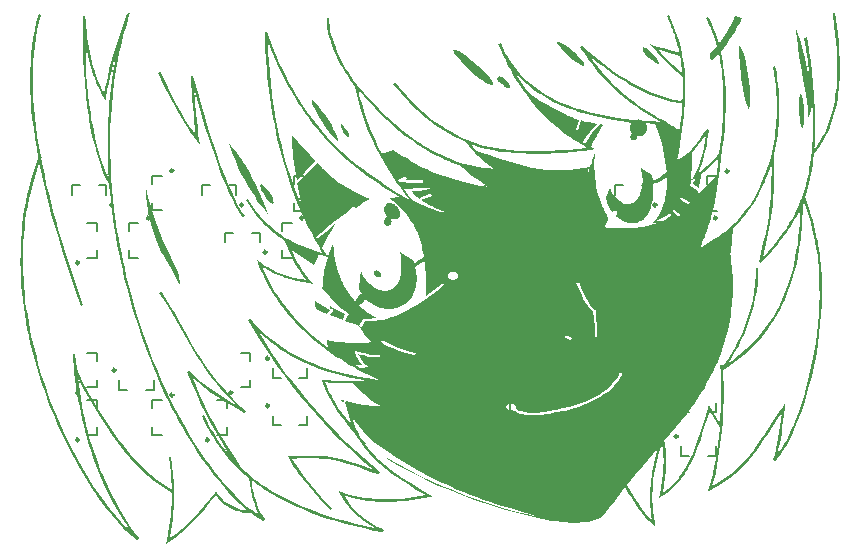
<source format=gbo>
From 6a60f90e3a0aec5bf1cc02a96a2b3a646cfb73c3 Mon Sep 17 00:00:00 2001
From: ↑←↑↓→↓→←↑ <github@jaseg.net>
Date: Wed, 17 May 2017 20:08:55 +0200
Subject: Re-export

---
 .../Project Outputs for olsndot/led_drv.GBO        | 5059 ++++++++++++++++++++
 1 file changed, 5059 insertions(+)
 create mode 100644 olsndot/PCB_Project/Project Outputs for olsndot/led_drv.GBO

(limited to 'olsndot/PCB_Project/Project Outputs for olsndot/led_drv.GBO')

diff --git a/olsndot/PCB_Project/Project Outputs for olsndot/led_drv.GBO b/olsndot/PCB_Project/Project Outputs for olsndot/led_drv.GBO
new file mode 100644
index 0000000..241d0b6
--- /dev/null
+++ b/olsndot/PCB_Project/Project Outputs for olsndot/led_drv.GBO	
@@ -0,0 +1,5059 @@
+G04 Layer_Color=32896*
+%FSLAX25Y25*%
+%MOIN*%
+G70*
+G01*
+G75*
+%ADD46C,0.00984*%
+%ADD49C,0.00787*%
+G36*
+X67978Y197936D02*
+X68761Y197676D01*
+X68159Y195817D01*
+X67587Y193949D01*
+X67049Y192071D01*
+X66540Y190181D01*
+X66058Y188284D01*
+X65610Y186375D01*
+X65189Y184463D01*
+X64794Y182539D01*
+X64432Y180608D01*
+X64093Y178669D01*
+X63506Y174773D01*
+X63028Y170858D01*
+X62652Y166920D01*
+X62384Y162968D01*
+X62215Y159000D01*
+X62143Y155028D01*
+X62170Y151049D01*
+X62290Y147070D01*
+X62501Y143095D01*
+X62799Y139123D01*
+X63081Y136202D01*
+X74190D01*
+X74069Y137486D01*
+X73919Y139963D01*
+X74356Y138118D01*
+X74807Y136341D01*
+X74845Y136202D01*
+X75154D01*
+Y136194D01*
+X74849D01*
+X75274Y134632D01*
+X75752Y132987D01*
+X76746Y129881D01*
+X77762Y127020D01*
+X78783Y124389D01*
+X79795Y121980D01*
+X80774Y119777D01*
+X81708Y117775D01*
+X83349Y114315D01*
+X84019Y112839D01*
+X84569Y111514D01*
+X84975Y110336D01*
+X85122Y109798D01*
+X85224Y109290D01*
+X85280Y108811D01*
+X85292Y108360D01*
+X85250Y107938D01*
+X85160Y107543D01*
+X84546Y108838D01*
+X83876Y110114D01*
+X83153Y111382D01*
+X82397Y112666D01*
+X80808Y115339D01*
+X80002Y116758D01*
+X79201Y118260D01*
+X78414Y119860D01*
+X77657Y121573D01*
+X76938Y123414D01*
+X76268Y125405D01*
+X75655Y127555D01*
+X75376Y128699D01*
+X75116Y129889D01*
+X74875Y131127D01*
+X74657Y132419D01*
+X74461Y133762D01*
+X74288Y135163D01*
+X74190Y136194D01*
+X63081D01*
+X63183Y135163D01*
+X63473Y132629D01*
+X63796Y130100D01*
+X64154Y127577D01*
+X64546Y125066D01*
+X64963Y122563D01*
+X65415Y120067D01*
+X65897Y117586D01*
+X66409Y115117D01*
+X66951Y112659D01*
+X67519Y110216D01*
+X68114Y107788D01*
+X68739Y105378D01*
+X69387Y102984D01*
+X70064Y100609D01*
+X70764Y98248D01*
+X71491Y95914D01*
+X72421Y93046D01*
+X73384Y90215D01*
+X74386Y87418D01*
+X75417Y84658D01*
+X76483Y81941D01*
+X77574Y79260D01*
+X78696Y76629D01*
+X79844Y74039D01*
+X81019Y71494D01*
+X82216Y69002D01*
+X83439Y66559D01*
+X84682Y64165D01*
+X85947Y61831D01*
+X87230Y59549D01*
+X88529Y57324D01*
+X89847Y55160D01*
+X91179Y53059D01*
+X92527Y51019D01*
+X93886Y49043D01*
+X95256Y47134D01*
+X96638Y45297D01*
+X98027Y43528D01*
+X99423Y41830D01*
+X100824Y40207D01*
+X102232Y38660D01*
+X103640Y37192D01*
+X105051Y35799D01*
+X106463Y34493D01*
+X107875Y33266D01*
+X109283Y32125D01*
+X110691Y31071D01*
+X112091Y30103D01*
+X111436Y31312D01*
+X110822Y32603D01*
+X110258Y33992D01*
+X109742Y35498D01*
+X109286Y37124D01*
+X108895Y38890D01*
+X108579Y40806D01*
+X108342Y42888D01*
+X107111Y43919D01*
+X105913Y44981D01*
+X104746Y46072D01*
+X103613Y47198D01*
+X102510Y48357D01*
+X101441Y49551D01*
+X100402Y50778D01*
+X99401Y52039D01*
+X98433Y53338D01*
+X97500Y54671D01*
+X96600Y56037D01*
+X95742Y57445D01*
+X94914Y58887D01*
+X94127Y60370D01*
+X93378Y61887D01*
+X92666Y63446D01*
+X93419Y63777D01*
+X94398Y61673D01*
+X95444Y59640D01*
+X96562Y57678D01*
+X97748Y55785D01*
+X99002Y53963D01*
+X100323Y52209D01*
+X101705Y50515D01*
+X103154Y48888D01*
+X101200Y51836D01*
+X99254Y54915D01*
+X97315Y58164D01*
+X96352Y59865D01*
+X95392Y61624D01*
+X94436Y63442D01*
+X93479Y65324D01*
+X92531Y67278D01*
+X91586Y69307D01*
+X90649Y71415D01*
+X89711Y73610D01*
+X88781Y75895D01*
+X87859Y78270D01*
+X88540Y78703D01*
+X89542Y77690D01*
+X90547Y76723D01*
+X91548Y75801D01*
+X92553Y74920D01*
+X93555Y74076D01*
+X94560Y73267D01*
+X96562Y71758D01*
+X98573Y70368D01*
+X100579Y69085D01*
+X102586Y67888D01*
+X104596Y66766D01*
+X103316Y68016D01*
+X102089Y69258D01*
+X100914Y70493D01*
+X99792Y71720D01*
+X98716Y72943D01*
+X97688Y74159D01*
+X95753Y76572D01*
+X93972Y78963D01*
+X92324Y81338D01*
+X90780Y83695D01*
+X89331Y86040D01*
+X87946Y88374D01*
+X86613Y90700D01*
+X84000Y95342D01*
+X82683Y97661D01*
+X81331Y99984D01*
+X79927Y102310D01*
+X78440Y104644D01*
+X79133Y105096D01*
+X80699Y102623D01*
+X82178Y100164D01*
+X83594Y97714D01*
+X84968Y95274D01*
+X87693Y90403D01*
+X89094Y87964D01*
+X90554Y85520D01*
+X92098Y83062D01*
+X93750Y80593D01*
+X95531Y78108D01*
+X96480Y76855D01*
+X97474Y75601D01*
+X98509Y74336D01*
+X99593Y73068D01*
+X100730Y71791D01*
+X101923Y70508D01*
+X103173Y69217D01*
+X104483Y67918D01*
+X105857Y66608D01*
+X107299Y65290D01*
+X106836Y64616D01*
+X104649Y65764D01*
+X102461Y66988D01*
+X100274Y68302D01*
+X98083Y69725D01*
+X95889Y71276D01*
+X94793Y72104D01*
+X93698Y72970D01*
+X92598Y73877D01*
+X91503Y74826D01*
+X90408Y75819D01*
+X89312Y76858D01*
+X90332Y74329D01*
+X91360Y71904D01*
+X92391Y69582D01*
+X93430Y67357D01*
+X94473Y65222D01*
+X95524Y63171D01*
+X96574Y61198D01*
+X97632Y59297D01*
+X98693Y57460D01*
+X99758Y55683D01*
+X101900Y52276D01*
+X104050Y49035D01*
+X106211Y45899D01*
+X106173Y45877D01*
+X107231Y44924D01*
+X108311Y44002D01*
+X109418Y43099D01*
+X110548Y42225D01*
+X111703Y41374D01*
+X112878Y40546D01*
+X114079Y39741D01*
+X115302Y38958D01*
+X116548Y38201D01*
+X117817Y37463D01*
+X119108Y36748D01*
+X120418Y36055D01*
+X123098Y34734D01*
+X125865Y33492D01*
+X128704Y32325D01*
+X131621Y31237D01*
+X134610Y30220D01*
+X137667Y29272D01*
+X140788Y28387D01*
+X143973Y27570D01*
+X147218Y26810D01*
+X150519Y26102D01*
+X149544Y26663D01*
+X148599Y27242D01*
+X147688Y27841D01*
+X146811Y28458D01*
+X145964Y29098D01*
+X145151Y29757D01*
+X144368Y30439D01*
+X143622Y31139D01*
+X142907Y31858D01*
+X142226Y32599D01*
+X141582Y33364D01*
+X140968Y34150D01*
+X140392Y34960D01*
+X139847Y35788D01*
+X139342Y36643D01*
+X138868Y37520D01*
+X138386Y38461D01*
+X139380Y38092D01*
+X140769Y37610D01*
+X142218Y37181D01*
+X143724Y36804D01*
+X145286Y36477D01*
+X146905Y36206D01*
+X148573Y35991D01*
+X150289Y35829D01*
+X152047Y35724D01*
+X153850Y35679D01*
+X155691Y35694D01*
+X157570Y35766D01*
+X159486Y35901D01*
+X161428Y36101D01*
+X163401Y36360D01*
+X165400Y36688D01*
+X167425Y37080D01*
+X164222Y38950D01*
+X161282Y40754D01*
+X158594Y42508D01*
+X156147Y44225D01*
+X155010Y45079D01*
+X153929Y45926D01*
+X152902Y46773D01*
+X151923Y47620D01*
+X150997Y48471D01*
+X150120Y49325D01*
+X149288Y50187D01*
+X148505Y51057D01*
+X147647Y52077D01*
+X146848Y53116D01*
+X146099Y54170D01*
+X145399Y55251D01*
+X143731Y57419D01*
+X142045Y59550D01*
+X140359Y61707D01*
+X138702Y63947D01*
+X137893Y65117D01*
+X137099Y66333D01*
+X136323Y67602D01*
+X135566Y68927D01*
+X134840Y70320D01*
+X134275Y71506D01*
+X135209D01*
+X135359Y71186D01*
+X135894Y70113D01*
+X136447Y69085D01*
+X137016Y68091D01*
+X138186Y66205D01*
+X139399Y64421D01*
+X140648Y62719D01*
+X141917Y61067D01*
+X143197Y59440D01*
+X142772Y60449D01*
+X142369Y61485D01*
+X141627Y63634D01*
+X140953Y65908D01*
+X140343Y68313D01*
+X140743Y68407D01*
+X139293Y68264D01*
+X138962Y68957D01*
+X140965Y68460D01*
+X141145Y68505D01*
+X141168Y68415D01*
+X141977Y68234D01*
+X143423Y67831D01*
+X144895Y67485D01*
+X146351Y67203D01*
+X147767Y66984D01*
+X149096Y66830D01*
+X150308Y66740D01*
+X151362Y66713D01*
+X152228Y66758D01*
+X150507Y67733D01*
+X149536Y68456D01*
+X148580Y69217D01*
+X147643Y70003D01*
+X146724Y70820D01*
+X144921Y72529D01*
+X143167Y74329D01*
+X140795Y74344D01*
+X138423Y74404D01*
+X136093Y74514D01*
+X133857Y74672D01*
+X134339Y73459D01*
+X134840Y72300D01*
+X135205Y71513D01*
+X134271D01*
+X134139Y71792D01*
+X133473Y73343D01*
+X132841Y74984D01*
+X132615Y75594D01*
+X133266Y75534D01*
+X134968Y75394D01*
+X136744Y75289D01*
+X138570Y75213D01*
+X140422Y75168D01*
+X144089Y75165D01*
+X147537Y75270D01*
+X145034Y75737D01*
+X142549Y76257D01*
+X140084Y76829D01*
+X137640Y77465D01*
+X135216Y78169D01*
+X132822Y78952D01*
+X130458Y79818D01*
+X128128Y80770D01*
+X125827Y81821D01*
+X123565Y82976D01*
+X122451Y83598D01*
+X121344Y84241D01*
+X120248Y84919D01*
+X119164Y85627D01*
+X118091Y86361D01*
+X117030Y87132D01*
+X115980Y87934D01*
+X114941Y88770D01*
+X113917Y89640D01*
+X112904Y90543D01*
+X111906Y91484D01*
+X110920Y92463D01*
+X113277Y88649D01*
+X115671Y84964D01*
+X118095Y81410D01*
+X120553Y77977D01*
+X123042Y74661D01*
+X125560Y71457D01*
+X128105Y68366D01*
+X130676Y65377D01*
+X133273Y62490D01*
+X135897Y59701D01*
+X138548Y57001D01*
+X141217Y54393D01*
+X143908Y51867D01*
+X146622Y49416D01*
+X149355Y47044D01*
+X152107Y44741D01*
+X151738Y44025D01*
+X150172Y44481D01*
+X148682Y44966D01*
+X145828Y45987D01*
+X142990Y47003D01*
+X141522Y47489D01*
+X139986Y47940D01*
+X138367Y48351D01*
+X136639Y48712D01*
+X134779Y49013D01*
+X132765Y49243D01*
+X130574Y49390D01*
+X128184Y49450D01*
+X125571Y49405D01*
+X122710Y49254D01*
+X123459Y48072D01*
+X124227Y46924D01*
+X125805Y44714D01*
+X127431Y42602D01*
+X129099Y40566D01*
+X130800Y38586D01*
+X132517Y36639D01*
+X135980Y32770D01*
+X135363Y32224D01*
+X131790Y36210D01*
+X130006Y38224D01*
+X128240Y40280D01*
+X126505Y42403D01*
+X124815Y44620D01*
+X123990Y45768D01*
+X123181Y46950D01*
+X122387Y48166D01*
+X121611Y49420D01*
+X121269Y49988D01*
+X121931Y50041D01*
+X124690Y50218D01*
+X127232Y50293D01*
+X129577Y50278D01*
+X131741Y50180D01*
+X133744Y50003D01*
+X135596Y49762D01*
+X137324Y49461D01*
+X138939Y49111D01*
+X140460Y48719D01*
+X141909Y48290D01*
+X143295Y47838D01*
+X144642Y47372D01*
+X147281Y46412D01*
+X149969Y45482D01*
+X147157Y47884D01*
+X144368Y50361D01*
+X141597Y52917D01*
+X138849Y55556D01*
+X136123Y58289D01*
+X133420Y61112D01*
+X130747Y64033D01*
+X128097Y67064D01*
+X125477Y70200D01*
+X122887Y73452D01*
+X120327Y76821D01*
+X117801Y80315D01*
+X115306Y83936D01*
+X112847Y87689D01*
+X110423Y91582D01*
+X108036Y95617D01*
+X108710Y96092D01*
+X109806Y94827D01*
+X110920Y93618D01*
+X112057Y92463D01*
+X113209Y91356D01*
+X114380Y90302D01*
+X115569Y89293D01*
+X116774Y88333D01*
+X117997Y87418D01*
+X119236Y86549D01*
+X120489Y85720D01*
+X121758Y84934D01*
+X123042Y84184D01*
+X124340Y83477D01*
+X125650Y82807D01*
+X126976Y82171D01*
+X128316Y81568D01*
+X129663Y81000D01*
+X131026Y80465D01*
+X132400Y79961D01*
+X133782Y79483D01*
+X136583Y78609D01*
+X139417Y77838D01*
+X142286Y77153D01*
+X145188Y76546D01*
+X148113Y76004D01*
+X151061Y75519D01*
+X151644Y75571D01*
+X148941Y76802D01*
+X146159Y78188D01*
+X144740Y78937D01*
+X143313Y79727D01*
+X142843Y79998D01*
+X144484D01*
+X145260Y79562D01*
+X145787Y79542D01*
+X146314Y79546D01*
+X146837Y79583D01*
+X147353Y79659D01*
+X148414Y79851D01*
+X147496Y80415D01*
+X147018Y80762D01*
+X146600Y81157D01*
+X146235Y81601D01*
+X145911Y82087D01*
+X145614Y82599D01*
+X145335Y83133D01*
+X144789Y84244D01*
+X145700Y83943D01*
+X146619Y83668D01*
+X147537Y83431D01*
+X148456Y83239D01*
+X149382Y83096D01*
+X150308Y83009D01*
+X151234Y82990D01*
+X152167Y83046D01*
+X152085Y83867D01*
+X151102Y83811D01*
+X150116Y83837D01*
+X149129Y83938D01*
+X148136Y84108D01*
+X147138Y84334D01*
+X146141Y84612D01*
+X145324Y84876D01*
+X159422D01*
+X160766Y84454D01*
+X162298Y84025D01*
+X163856Y83637D01*
+X164044Y84439D01*
+X162509Y84823D01*
+X160999Y85245D01*
+X159527Y85708D01*
+X158085Y86216D01*
+X156685Y86773D01*
+X155322Y87379D01*
+X154001Y88038D01*
+X152725Y88753D01*
+X152303Y88046D01*
+X153617Y87308D01*
+X154972Y86634D01*
+X156365Y86013D01*
+X157799Y85444D01*
+X159267Y84925D01*
+X159399Y84883D01*
+X145298D01*
+X145136Y84936D01*
+X144130Y85298D01*
+X143046Y85700D01*
+X143630Y84703D01*
+X144191Y83637D01*
+X144752Y82516D01*
+X145064Y81959D01*
+X145407Y81416D01*
+X145798Y80901D01*
+X146246Y80415D01*
+X145452Y80418D01*
+X144646Y80490D01*
+X143841Y80622D01*
+X143043Y80806D01*
+X144469Y80004D01*
+X142832D01*
+X141876Y80554D01*
+X140430Y81424D01*
+X138981Y82331D01*
+X137535Y83279D01*
+X136086Y84266D01*
+X134648Y85290D01*
+X133213Y86359D01*
+X131790Y87466D01*
+X130383Y88614D01*
+X128993Y89799D01*
+X127619Y91027D01*
+X126272Y92299D01*
+X124950Y93609D01*
+X123655Y94961D01*
+X122394Y96350D01*
+X121163Y97784D01*
+X119974Y99260D01*
+X118822Y100777D01*
+X117715Y102335D01*
+X116653Y103935D01*
+X115645Y105580D01*
+X114681Y107263D01*
+X113777Y108991D01*
+X112930Y110760D01*
+X112144Y112571D01*
+X111421Y114427D01*
+X110894Y115854D01*
+X112068Y114886D01*
+X112911Y114231D01*
+X113781Y113625D01*
+X114673Y113060D01*
+X115592Y112541D01*
+X116529Y112063D01*
+X117485Y111622D01*
+X118457Y111216D01*
+X119447Y110843D01*
+X120448Y110501D01*
+X121461Y110184D01*
+X123509Y109623D01*
+X125579Y109138D01*
+X127653Y108712D01*
+X126520Y110158D01*
+X125451Y111679D01*
+X124438Y113264D01*
+X123478Y114909D01*
+X122575Y116618D01*
+X121717Y118383D01*
+X120911Y120205D01*
+X120147Y122076D01*
+X120109Y122170D01*
+X119300Y122675D01*
+X118464Y123247D01*
+X117602Y123879D01*
+X116725Y124568D01*
+X115840Y125310D01*
+X114952Y126100D01*
+X114067Y126932D01*
+X113194Y127802D01*
+X112343Y128705D01*
+X111515Y129635D01*
+X110717Y130588D01*
+X109964Y131559D01*
+X109253Y132542D01*
+X108597Y133535D01*
+X108003Y134533D01*
+X107958Y134619D01*
+X105740D01*
+Y134627D01*
+X107954D01*
+X107476Y135527D01*
+X108213Y135896D01*
+X108519Y135312D01*
+X108914Y134627D01*
+X111662D01*
+X111184Y135312D01*
+X110265Y136679D01*
+X109388Y138041D01*
+X109385D01*
+X108112Y140131D01*
+X106938Y142205D01*
+X105850Y144260D01*
+X104856Y146305D01*
+X104314Y147517D01*
+X98814D01*
+X99190Y146478D01*
+X100339Y143477D01*
+X101491Y140658D01*
+X102635Y138041D01*
+X103738Y135715D01*
+X104818Y133637D01*
+X105353Y132700D01*
+X105876Y131830D01*
+X106396Y131040D01*
+X106904Y130324D01*
+X106241Y129831D01*
+X105707Y130584D01*
+X105161Y131416D01*
+X104615Y132319D01*
+X104062Y133294D01*
+X102944Y135440D01*
+X101814Y137831D01*
+X100678Y140443D01*
+X99541Y143252D01*
+X98400Y146229D01*
+X97933Y147517D01*
+X94142D01*
+Y147524D01*
+X97929D01*
+X97267Y149358D01*
+X96299Y152147D01*
+X95351Y155008D01*
+X94421Y157926D01*
+X93510Y160885D01*
+X91752Y166874D01*
+X90092Y172848D01*
+X90397Y168384D01*
+X90784Y164002D01*
+X91270Y159714D01*
+X91552Y157613D01*
+X91861Y155535D01*
+X92057Y154278D01*
+X91161Y155182D01*
+X90585Y155799D01*
+X89983Y156525D01*
+X89346Y157361D01*
+X88680Y158302D01*
+X87984Y159353D01*
+X87250Y160512D01*
+X85687Y163151D01*
+X83986Y166219D01*
+X82141Y169712D01*
+X80146Y173631D01*
+X77996Y177972D01*
+X78738Y178333D01*
+X80688Y174396D01*
+X82510Y170823D01*
+X84204Y167604D01*
+X85774Y164747D01*
+X87223Y162251D01*
+X88552Y160106D01*
+X89764Y158321D01*
+X90325Y157561D01*
+X90860Y156887D01*
+X90521Y159270D01*
+X90212Y161675D01*
+X89930Y164115D01*
+X89678Y166580D01*
+X89459Y169080D01*
+X89275Y171610D01*
+X89121Y174177D01*
+X89004Y176778D01*
+X89817Y176899D01*
+X90717Y173496D01*
+X91665Y170044D01*
+X92652Y166562D01*
+X93679Y163079D01*
+X94737Y159620D01*
+X95821Y156209D01*
+X96924Y152870D01*
+X98042Y149633D01*
+X98810Y147524D01*
+X104310D01*
+X103945Y148338D01*
+X103113Y150355D01*
+X102360Y152358D01*
+X101679Y154353D01*
+X102541Y153393D01*
+X103410Y152354D01*
+X104284Y151229D01*
+X105165Y150028D01*
+X106064Y148744D01*
+X106881Y147524D01*
+X107800D01*
+Y147517D01*
+X106889D01*
+X106979Y147381D01*
+X108873Y144415D01*
+X109558Y142841D01*
+X110277Y141245D01*
+X111753Y138042D01*
+X112961Y135312D01*
+X113243Y134627D01*
+X115547D01*
+X115333Y134827D01*
+X114900Y135312D01*
+X114897D01*
+X114223Y136148D01*
+X113639Y136912D01*
+X113293Y137420D01*
+X112946Y138042D01*
+X112551Y138900D01*
+X112397Y139321D01*
+X112280Y139720D01*
+X112209Y140082D01*
+X112197Y140387D01*
+X112246Y140628D01*
+X112299Y140714D01*
+X112370Y140782D01*
+X112487Y140831D01*
+X112622Y140834D01*
+X112890Y140733D01*
+X113191Y140522D01*
+X113522Y140213D01*
+X113876Y139829D01*
+X114614Y138918D01*
+X115352Y137940D01*
+X115698Y137401D01*
+X116048Y136731D01*
+X116349Y136008D01*
+X116549Y135312D01*
+X116598Y134954D01*
+X116586Y134646D01*
+X116578Y134626D01*
+X119398D01*
+Y134618D01*
+X116578D01*
+X116503Y134400D01*
+X116435Y134310D01*
+X116345Y134234D01*
+X116225Y134204D01*
+X116081Y134234D01*
+X115916Y134317D01*
+X115735Y134449D01*
+X115555Y134619D01*
+X113247D01*
+X113458Y134107D01*
+X113917Y132921D01*
+X114320Y131765D01*
+X114666Y130640D01*
+X114241Y131321D01*
+X113688Y132115D01*
+X112942Y133060D01*
+X111960Y134201D01*
+X111666Y134619D01*
+X108918D01*
+X109121Y134265D01*
+X109806Y133214D01*
+X110555Y132168D01*
+X111365Y131136D01*
+X112219Y130120D01*
+X113115Y129126D01*
+X114038Y128166D01*
+X114979Y127248D01*
+X115927Y126371D01*
+X116876Y125550D01*
+X117813Y124786D01*
+X118732Y124089D01*
+X119617Y123464D01*
+X120464Y122922D01*
+X121258Y122467D01*
+X121996Y122105D01*
+X121951Y122000D01*
+X123152Y121465D01*
+X124405Y120938D01*
+X127059Y119907D01*
+X129871Y118909D01*
+X132807Y117930D01*
+X131565Y120076D01*
+X130376Y122230D01*
+X129231Y124398D01*
+X128139Y126578D01*
+X127089Y128765D01*
+X126088Y130963D01*
+X125132Y133177D01*
+X124217Y135398D01*
+X123351Y137626D01*
+X122523Y139870D01*
+X121740Y142121D01*
+X120998Y144380D01*
+X120298Y146650D01*
+X119635Y148927D01*
+X119011Y151216D01*
+X118427Y153516D01*
+X117881Y155820D01*
+X117369Y158135D01*
+X116895Y160458D01*
+X116455Y162788D01*
+X116048Y165126D01*
+X115766Y166910D01*
+X116631D01*
+X117128Y163865D01*
+X117776Y160375D01*
+X118502Y156901D01*
+X119308Y153448D01*
+X120200Y150015D01*
+X121179Y146605D01*
+X122248Y143213D01*
+X123411Y139844D01*
+X124665Y136497D01*
+X126020Y133177D01*
+X124514Y141195D01*
+X126159Y142942D01*
+X127820Y144598D01*
+X128222Y144971D01*
+X129167Y145848D01*
+X127887D01*
+X127857Y145818D01*
+X127085Y144990D01*
+X127070Y144970D01*
+X125673Y143367D01*
+X124412Y141771D01*
+X123716Y145821D01*
+X123713Y145848D01*
+X123249D01*
+Y145855D01*
+X123713D01*
+X123415Y147809D01*
+X123163Y149755D01*
+X122960Y151660D01*
+X122820Y153509D01*
+X122749Y155300D01*
+X122760Y157021D01*
+X124752Y154879D01*
+X126679Y152710D01*
+X128588Y150538D01*
+X130542Y148381D01*
+X129582Y147512D01*
+X128689Y146661D01*
+X127895Y145855D01*
+X129175D01*
+X129510Y146168D01*
+X131227Y147659D01*
+X132864Y145998D01*
+X133019Y145855D01*
+X136911D01*
+Y145848D01*
+X133026D01*
+X134607Y144372D01*
+X135522Y143574D01*
+X136474Y142791D01*
+X137468Y142019D01*
+X138503Y141262D01*
+X139584Y140521D01*
+X140713Y139798D01*
+X141895Y139094D01*
+X143134Y138409D01*
+X144432Y137743D01*
+X145795Y137103D01*
+X147222Y136482D01*
+X148720Y135887D01*
+X147414Y135171D01*
+X146194Y134415D01*
+X145039Y133628D01*
+X143936Y132819D01*
+X143503Y133357D01*
+X140307Y130846D01*
+X137073Y128358D01*
+X133869Y125832D01*
+X132300Y124537D01*
+X130771Y123212D01*
+X131174Y122466D01*
+X132605Y123712D01*
+X134069Y124932D01*
+X137081Y127319D01*
+X135925Y125410D01*
+X134826Y123483D01*
+X133775Y121544D01*
+X132774Y119590D01*
+X134065Y117399D01*
+X134630Y116462D01*
+X133587Y116793D01*
+X131720Y117399D01*
+X130941Y115675D01*
+X130199Y113944D01*
+X129175Y114489D01*
+X128162Y115077D01*
+X127161Y115705D01*
+X126167Y116364D01*
+X124198Y117772D01*
+X122252Y119255D01*
+X122960Y117727D01*
+X123705Y116240D01*
+X124481Y114798D01*
+X125298Y113405D01*
+X126152Y112058D01*
+X127052Y110766D01*
+X127993Y109528D01*
+X128983Y108346D01*
+X129774Y107446D01*
+X128595Y107668D01*
+X126551Y108071D01*
+X124496Y108523D01*
+X122440Y109038D01*
+X120404Y109648D01*
+X119399Y109991D01*
+X118401Y110364D01*
+X117419Y110766D01*
+X116447Y111207D01*
+X115495Y111685D01*
+X114561Y112201D01*
+X113643Y112762D01*
+X112751Y113364D01*
+X113654Y111248D01*
+X114644Y109189D01*
+X115713Y107186D01*
+X116858Y105240D01*
+X118070Y103350D01*
+X119350Y101521D01*
+X120690Y99744D01*
+X122087Y98024D01*
+X123536Y96363D01*
+X125027Y94756D01*
+X126562Y93205D01*
+X128136Y91711D01*
+X129740Y90272D01*
+X131370Y88887D01*
+X133022Y87558D01*
+X134694Y86286D01*
+X134566Y86915D01*
+X134476Y87570D01*
+X134430Y88251D01*
+X134438Y88970D01*
+X136140Y88533D01*
+X137822Y88210D01*
+X139524Y87988D01*
+X141271Y87863D01*
+X143085Y87826D01*
+X145001Y87867D01*
+X147042Y87976D01*
+X149244Y88146D01*
+X148574Y88759D01*
+X147941Y89414D01*
+X147343Y90103D01*
+X146778Y90822D01*
+X146236Y91564D01*
+X145717Y92328D01*
+X144719Y93901D01*
+X142464Y94572D01*
+X140371Y95261D01*
+X141256Y97154D01*
+X140826Y97354D01*
+X142238Y96789D01*
+X143258Y96443D01*
+X142197Y97173D01*
+X141229Y97865D01*
+X140484Y98445D01*
+X138380D01*
+X139042Y98133D01*
+X140503Y97489D01*
+X139592Y95535D01*
+X137311Y96378D01*
+X135146Y97241D01*
+X136268Y98415D01*
+X136328Y98381D01*
+X136286Y98438D01*
+X136294Y98445D01*
+X135157D01*
+X134325Y97576D01*
+X132217Y98445D01*
+X130508D01*
+Y98453D01*
+X132199D01*
+X130602Y99112D01*
+X130512Y100441D01*
+X130485Y101679D01*
+X132914Y100275D01*
+X135519Y98826D01*
+X135372Y98672D01*
+X135165Y98453D01*
+X136302D01*
+X136509Y98672D01*
+X136723Y98897D01*
+X136128Y99466D01*
+X135790Y99108D01*
+X135511Y99590D01*
+X135263Y100079D01*
+X136286Y99485D01*
+X137593Y98818D01*
+X137901Y98671D01*
+X138365Y98453D01*
+X140473D01*
+X139547Y99172D01*
+X138142Y100381D01*
+X136942Y101521D01*
+X135884Y102613D01*
+X134894Y103682D01*
+X133900Y104751D01*
+X132842Y105847D01*
+X132906Y107198D01*
+X133004Y108463D01*
+X133132Y109645D01*
+X133286Y110752D01*
+X133467Y111787D01*
+X133674Y112766D01*
+X133896Y113688D01*
+X134137Y114565D01*
+X134660Y116203D01*
+X135225Y117739D01*
+X136377Y120724D01*
+X136565Y118970D01*
+X136802Y117298D01*
+X137092Y115713D01*
+X137423Y114204D01*
+X137800Y112777D01*
+X138218Y111422D01*
+X138670Y110142D01*
+X139155Y108933D01*
+X139675Y107793D01*
+X140220Y106716D01*
+X140793Y105707D01*
+X141387Y104755D01*
+X142001Y103863D01*
+X142630Y103027D01*
+X143273Y102244D01*
+X143928Y101514D01*
+X143981Y101939D01*
+X144117Y102387D01*
+X144331Y102846D01*
+X144617Y103294D01*
+X144926Y103671D01*
+X145265Y103994D01*
+X145619Y104254D01*
+X145980Y104443D01*
+X145464Y105308D01*
+X144994Y106238D01*
+X145679Y112066D01*
+X146078Y111143D01*
+X146518Y110289D01*
+X147000Y109494D01*
+X147516Y108768D01*
+X148065Y108109D01*
+X148638Y107514D01*
+X149236Y106987D01*
+X149850Y106532D01*
+X150478Y106140D01*
+X151115Y105824D01*
+X151759Y105576D01*
+X152402Y105399D01*
+X153038Y105297D01*
+X153671Y105267D01*
+X154292Y105312D01*
+X154891Y105429D01*
+X155474Y105624D01*
+X156027Y105895D01*
+X156554Y106242D01*
+X157044Y106667D01*
+X157499Y107175D01*
+X157910Y107759D01*
+X158271Y108425D01*
+X158583Y109170D01*
+X158839Y109999D01*
+X158971Y110605D01*
+X152451D01*
+X152455Y110499D01*
+X152421Y110289D01*
+X152345Y110097D01*
+X152221Y109931D01*
+X152059Y109807D01*
+X151871Y109728D01*
+X151660Y109690D01*
+X151430Y109698D01*
+X151193Y109754D01*
+X150963Y109852D01*
+X150741Y109992D01*
+X150538Y110161D01*
+X150365Y110364D01*
+X150226Y110583D01*
+X150214Y110605D01*
+X149205D01*
+Y110613D01*
+X150214D01*
+X150124Y110816D01*
+X150067Y111050D01*
+X150056Y111279D01*
+X150090Y111490D01*
+X150169Y111682D01*
+X150289Y111840D01*
+X150425Y111949D01*
+X150579Y112025D01*
+X150756Y112070D01*
+X150944Y112085D01*
+X151212Y112047D01*
+X151479Y111953D01*
+X151735Y111806D01*
+X151972Y111607D01*
+X152149Y111400D01*
+X152288Y111182D01*
+X152386Y110952D01*
+X152443Y110722D01*
+X152446Y110613D01*
+X158970D01*
+X159034Y110911D01*
+X159166Y111908D01*
+X159177Y112096D01*
+X164026D01*
+X164064Y111908D01*
+X164218Y110722D01*
+X164248Y110240D01*
+X164131D01*
+Y110233D01*
+X164248D01*
+X164286Y109589D01*
+X164270Y108512D01*
+X164180Y107488D01*
+X164014Y106525D01*
+X163777Y105614D01*
+X163480Y104763D01*
+X163118Y103969D01*
+X162697Y103235D01*
+X162226Y102557D01*
+X161703Y101940D01*
+X161138Y101382D01*
+X160528Y100882D01*
+X159885Y100445D01*
+X159207Y100072D01*
+X158499Y99756D01*
+X157769Y99508D01*
+X157016Y99320D01*
+X156248Y99195D01*
+X155465Y99131D01*
+X154674Y99135D01*
+X153880Y99206D01*
+X153086Y99338D01*
+X152292Y99537D01*
+X151509Y99805D01*
+X150737Y100140D01*
+X149980Y100543D01*
+X149246Y101013D01*
+X148531Y101551D01*
+X147846Y102158D01*
+X147195Y102835D01*
+X147029Y102432D01*
+X146803Y102037D01*
+X146649Y101807D01*
+X146238Y101326D01*
+X145794Y100942D01*
+X145335Y100674D01*
+X145109Y100592D01*
+X144887Y100542D01*
+X145704Y99797D01*
+X146521Y99112D01*
+X147334Y98491D01*
+X148136Y97922D01*
+X148919Y97403D01*
+X149679Y96932D01*
+X151121Y96108D01*
+X149988Y95987D01*
+X148881Y95916D01*
+X147789Y95886D01*
+X146705D01*
+X146449Y95889D01*
+X145169Y93435D01*
+X145903Y93054D01*
+X146950Y95065D01*
+X148117Y95073D01*
+X149299Y95114D01*
+X150511Y95208D01*
+X151753Y95366D01*
+X153044Y95596D01*
+X154388Y95919D01*
+X155796Y96341D01*
+X157276Y96879D01*
+X158879Y97561D01*
+X160581Y98393D01*
+X162388Y99387D01*
+X164315Y100550D01*
+X166371Y101901D01*
+X168565Y103456D01*
+X170911Y105225D01*
+X173418Y107224D01*
+X172898Y107860D01*
+X170049Y105602D01*
+X167414Y103644D01*
+X167459Y105218D01*
+X167474Y106761D01*
+X167455Y108286D01*
+X167410Y109780D01*
+X167383Y110232D01*
+X174739D01*
+X174769Y109980D01*
+X174867Y109728D01*
+X175022Y109502D01*
+X175229Y109302D01*
+X175477Y109140D01*
+X175763Y109016D01*
+X176075Y108941D01*
+X176414Y108911D01*
+X176746Y108937D01*
+X177058Y109012D01*
+X177348Y109137D01*
+X177604Y109302D01*
+X177811Y109505D01*
+X177965Y109739D01*
+X178063Y109987D01*
+X178093Y110247D01*
+X178063Y110511D01*
+X177965Y110759D01*
+X177811Y110989D01*
+X177604Y111192D01*
+X177348Y111361D01*
+X177058Y111482D01*
+X176746Y111561D01*
+X176414Y111583D01*
+X176075Y111557D01*
+X175763Y111482D01*
+X175477Y111357D01*
+X175229Y111192D01*
+X175022Y110996D01*
+X174867Y110770D01*
+X174769Y110518D01*
+X174735Y110247D01*
+Y110239D01*
+X167383D01*
+X167327Y111252D01*
+X167214Y112697D01*
+X167063Y114113D01*
+X166883Y115502D01*
+X166382Y115043D01*
+X165866Y114606D01*
+X164775Y113785D01*
+X164771D01*
+X163838Y113157D01*
+X163822Y113149D01*
+X164025Y112102D01*
+X159177D01*
+X159226Y112983D01*
+X159214Y114150D01*
+X159128Y115400D01*
+X158955Y116740D01*
+X158699Y118163D01*
+X163291Y115080D01*
+X163544Y114237D01*
+X163905Y114504D01*
+X164183Y114715D01*
+X164549Y115008D01*
+X165603Y115935D01*
+X166649Y116947D01*
+X166435Y118073D01*
+X166194Y119176D01*
+X165923Y120260D01*
+X165629Y121321D01*
+X165305Y122357D01*
+X164955Y123373D01*
+X164575Y124367D01*
+X164165Y125338D01*
+X163728Y126283D01*
+X163258Y127205D01*
+X162757Y128101D01*
+X162226Y128975D01*
+X161665Y129822D01*
+X161070Y130642D01*
+X161021Y130706D01*
+X158834D01*
+Y130703D01*
+X158778Y130360D01*
+X158672Y130044D01*
+X158514Y129758D01*
+X158307Y129506D01*
+X158134Y129355D01*
+X157938Y129227D01*
+X157727Y129126D01*
+X157498Y129050D01*
+X157257Y129001D01*
+X156741Y128986D01*
+X156199Y129080D01*
+X156131Y129103D01*
+X155649Y129279D01*
+X155570Y129317D01*
+X155713Y129103D01*
+X155819Y128862D01*
+X155883Y128602D01*
+X155905Y128331D01*
+X155883Y128048D01*
+X155811Y127774D01*
+X155695Y127525D01*
+X155537Y127303D01*
+X155345Y127122D01*
+X155130Y126987D01*
+X154893Y126908D01*
+X154648Y126878D01*
+X154400Y126908D01*
+X154166Y126987D01*
+X153948Y127122D01*
+X153756Y127303D01*
+X153598Y127525D01*
+X153481Y127774D01*
+X153410Y128048D01*
+X153387Y128331D01*
+X153414Y128624D01*
+X153485Y128899D01*
+X153602Y129144D01*
+X153756Y129358D01*
+X153940Y129535D01*
+X154155Y129671D01*
+X154392Y129757D01*
+X154648Y129784D01*
+X154859Y129765D01*
+X154475Y130103D01*
+X154069Y130578D01*
+X153989Y130706D01*
+X152909D01*
+Y130713D01*
+X153986D01*
+X153745Y131097D01*
+X153617Y131365D01*
+X153455Y131832D01*
+X153372Y132291D01*
+X153369Y132735D01*
+X153440Y133153D01*
+X153448Y133176D01*
+X153625Y133593D01*
+X153896Y133940D01*
+X154163Y134158D01*
+X154472Y134320D01*
+X154822Y134425D01*
+X155199Y134467D01*
+X155383D01*
+X155688Y134437D01*
+X155997Y134373D01*
+X156301Y134275D01*
+X156606Y134147D01*
+X156904Y133985D01*
+X157190Y133797D01*
+X157468Y133582D01*
+X157728Y133341D01*
+X157965Y133081D01*
+X158180Y132803D01*
+X158368Y132509D01*
+X158526Y132208D01*
+X158684Y131820D01*
+X158786Y131436D01*
+X158835Y131060D01*
+Y130713D01*
+X161014D01*
+X160442Y131436D01*
+X159783Y132208D01*
+X158767Y133277D01*
+X157679Y134290D01*
+X156516Y135242D01*
+X155277Y136134D01*
+X158650Y136323D01*
+X154878Y138691D01*
+X153041Y139891D01*
+X151234Y141111D01*
+X149458Y142350D01*
+X147715Y143607D01*
+X146002Y144894D01*
+X144315Y146208D01*
+X142663Y147556D01*
+X141040Y148937D01*
+X139444Y150361D01*
+X137882Y151829D01*
+X136342Y153338D01*
+X134836Y154900D01*
+X133357Y156515D01*
+X131904Y158183D01*
+X131764Y158352D01*
+X128207D01*
+Y158360D01*
+X131757D01*
+X130673Y159674D01*
+X129464Y161210D01*
+X128275Y162791D01*
+X127104Y164425D01*
+X125956Y166115D01*
+X124826Y167854D01*
+X123716Y169654D01*
+X122624Y171513D01*
+X121551Y173433D01*
+X120501Y175417D01*
+X119466Y177469D01*
+X118453Y179584D01*
+X117455Y181775D01*
+X116477Y184034D01*
+X115517Y186368D01*
+X114576Y188781D01*
+X114749Y185175D01*
+X114978Y181583D01*
+X115272Y178007D01*
+X115630Y174446D01*
+X116059Y170904D01*
+X116556Y167376D01*
+X116631Y166917D01*
+X115761D01*
+X115675Y167474D01*
+X115336Y169827D01*
+X115027Y172187D01*
+X114753Y174555D01*
+X114508Y176930D01*
+X114290Y179313D01*
+X114101Y181704D01*
+X113812Y186500D01*
+X113623Y191322D01*
+X114425Y191473D01*
+X115419Y188792D01*
+X116435Y186206D01*
+X117474Y183714D01*
+X118532Y181305D01*
+X119609Y178978D01*
+X120712Y176738D01*
+X121834Y174574D01*
+X122974Y172485D01*
+X124141Y170471D01*
+X125331Y168528D01*
+X126543Y166650D01*
+X127778Y164839D01*
+X129035Y163088D01*
+X130315Y161398D01*
+X131617Y159764D01*
+X132796Y158360D01*
+X134953D01*
+X133959Y159606D01*
+X133447Y160318D01*
+X132999Y160999D01*
+X132404Y161993D01*
+X131738Y163186D01*
+X131053Y164478D01*
+X130413Y165761D01*
+X129882Y166936D01*
+X129517Y167899D01*
+X129415Y168268D01*
+X129381Y168547D01*
+X129419Y168720D01*
+X129468Y168765D01*
+X129536Y168777D01*
+X129724Y168731D01*
+X129946Y168607D01*
+X130198Y168415D01*
+X130477Y168159D01*
+X131102Y167482D01*
+X131794Y166627D01*
+X132525Y165645D01*
+X133259Y164587D01*
+X133978Y163499D01*
+X134644Y162437D01*
+X135901Y160374D01*
+X136523Y159290D01*
+X137008Y158361D01*
+X139764D01*
+X139425Y159027D01*
+X139079Y159851D01*
+X138977Y160220D01*
+X138951Y160521D01*
+X138973Y160630D01*
+X139030Y160710D01*
+X139112Y160755D01*
+X139237Y160758D01*
+X139493Y160675D01*
+X139737Y160498D01*
+X139971Y160253D01*
+X140197Y159956D01*
+X140637Y159282D01*
+X141085Y158635D01*
+X141277Y158360D01*
+X141864D01*
+Y158352D01*
+X141281D01*
+X141296Y158333D01*
+X141488Y158001D01*
+X141650Y157659D01*
+X141771Y157324D01*
+X141838Y157015D01*
+X141846Y156752D01*
+X141782Y156552D01*
+X141718Y156484D01*
+X141635Y156439D01*
+X141440Y156436D01*
+X141218Y156534D01*
+X140980Y156714D01*
+X140740Y156959D01*
+X140265Y157558D01*
+X139870Y158183D01*
+X139783Y158326D01*
+X139768Y158352D01*
+X137012D01*
+X137099Y158183D01*
+X137445Y157445D01*
+X137750Y156699D01*
+X138006Y155954D01*
+X138206Y155205D01*
+X137995Y155310D01*
+X137709Y155514D01*
+X136967Y156169D01*
+X136067Y157091D01*
+X135096Y158183D01*
+X134961Y158352D01*
+X132803D01*
+X132947Y158183D01*
+X134501Y156432D01*
+X136090Y154742D01*
+X137709Y153112D01*
+X139365Y151535D01*
+X141051Y150010D01*
+X142772Y148531D01*
+X144526Y147092D01*
+X146318Y145692D01*
+X148140Y144322D01*
+X150004Y142985D01*
+X151901Y141672D01*
+X153832Y140377D01*
+X155805Y139101D01*
+X157811Y137836D01*
+X161941Y135328D01*
+X160416Y137369D01*
+X158918Y139454D01*
+X157453Y141581D01*
+X156027Y143750D01*
+X154641Y145959D01*
+X153305Y148214D01*
+X152021Y150511D01*
+X150802Y152848D01*
+X149642Y155231D01*
+X148558Y157659D01*
+X147549Y160129D01*
+X146619Y162647D01*
+X145780Y165207D01*
+X145034Y167812D01*
+X144387Y170463D01*
+X143841Y173158D01*
+X143001Y174253D01*
+X142158Y175428D01*
+X141315Y176678D01*
+X140483Y177991D01*
+X139670Y179362D01*
+X138883Y180785D01*
+X138134Y182245D01*
+X137423Y183747D01*
+X136764Y185272D01*
+X136165Y186819D01*
+X135631Y188378D01*
+X135171Y189940D01*
+X134791Y191498D01*
+X134505Y193046D01*
+X134313Y194578D01*
+X134230Y196080D01*
+X135055Y196095D01*
+X135126Y194759D01*
+X135292Y193392D01*
+X135537Y192007D01*
+X135860Y190603D01*
+X136256Y189191D01*
+X136718Y187776D01*
+X137238Y186368D01*
+X137810Y184967D01*
+X138428Y183586D01*
+X139086Y182227D01*
+X139779Y180898D01*
+X140498Y179607D01*
+X141240Y178357D01*
+X141996Y177156D01*
+X142761Y176012D01*
+X143528Y174931D01*
+X143509Y175025D01*
+X144492Y173862D01*
+X146882Y171095D01*
+X149329Y168400D01*
+X151836Y165795D01*
+X153112Y164526D01*
+X154404Y163288D01*
+X155710Y162075D01*
+X157031Y160897D01*
+X158368Y159749D01*
+X159719Y158631D01*
+X160660Y157886D01*
+X159369D01*
+X158443Y158631D01*
+X156403Y160374D01*
+X154400Y162192D01*
+X152435Y164074D01*
+X150504Y166017D01*
+X148606Y168012D01*
+X146747Y170052D01*
+X144921Y172138D01*
+X145222Y170707D01*
+X145553Y169288D01*
+X145915Y167884D01*
+X146302Y166491D01*
+X146716Y165113D01*
+X147161Y163747D01*
+X148121Y161048D01*
+X149179Y158401D01*
+X150323Y155800D01*
+X151550Y153252D01*
+X152853Y150748D01*
+X156293Y152175D01*
+X159335Y150262D01*
+X160897Y149321D01*
+X162497Y148399D01*
+X162825Y148219D01*
+Y142113D01*
+X160073Y142139D01*
+X161071Y142602D01*
+X160717Y143347D01*
+X158074Y142120D01*
+X158541Y141431D01*
+X158560Y141439D01*
+Y141405D01*
+X158613Y141326D01*
+X162825Y141288D01*
+Y139297D01*
+X161707Y139225D01*
+X160179Y139082D01*
+X161504Y137257D01*
+X162852Y135465D01*
+X164116Y134742D01*
+X165475Y134053D01*
+X166898Y133413D01*
+X168344Y132833D01*
+X169778Y132336D01*
+X171163Y131934D01*
+X172462Y131644D01*
+X173072Y131546D01*
+X173644Y131482D01*
+X171325Y132423D01*
+X170249Y132901D01*
+X169232Y133387D01*
+X168280Y133876D01*
+X167388Y134369D01*
+X166567Y134866D01*
+X165810Y135367D01*
+X169285Y136910D01*
+X168950Y137663D01*
+X165250Y136018D01*
+X165408Y135661D01*
+X164500Y136395D01*
+X164105Y136763D01*
+X163755Y137132D01*
+X163446Y137501D01*
+X163179Y137870D01*
+X162961Y138239D01*
+X162833Y138510D01*
+Y138601D01*
+X163382Y138552D01*
+X164090Y138525D01*
+X164877Y138533D01*
+X165701Y138582D01*
+X166529Y138683D01*
+X167324Y138845D01*
+X168043Y139075D01*
+X168363Y139218D01*
+X168652Y139380D01*
+X166823Y139410D01*
+X165024Y139391D01*
+X163318Y139330D01*
+X162833Y139300D01*
+Y141288D01*
+X166236Y141258D01*
+X166244Y142082D01*
+X162833Y142113D01*
+Y148215D01*
+X164150Y147496D01*
+X165859Y146611D01*
+X167633Y145757D01*
+X169481Y144932D01*
+X171416Y144142D01*
+X173445Y143389D01*
+X175572Y142677D01*
+X177812Y142007D01*
+X180172Y141386D01*
+X182660Y140818D01*
+X185288Y140306D01*
+X188059Y139850D01*
+X185326Y141744D01*
+X182841Y143581D01*
+X180575Y145373D01*
+X178504Y147131D01*
+X177304Y147530D01*
+X176118Y147963D01*
+X174940Y148426D01*
+X173773Y148919D01*
+X172613Y149442D01*
+X171465Y149995D01*
+X170328Y150575D01*
+X169199Y151185D01*
+X166974Y152484D01*
+X164783Y153880D01*
+X162633Y155375D01*
+X160518Y156960D01*
+X159377Y157878D01*
+X160672D01*
+X161086Y157551D01*
+X162468Y156508D01*
+X163868Y155503D01*
+X165284Y154539D01*
+X166714Y153617D01*
+X168160Y152736D01*
+X169620Y151904D01*
+X171100Y151117D01*
+X172594Y150379D01*
+X174108Y149690D01*
+X175636Y149054D01*
+X177179Y148475D01*
+X178738Y147948D01*
+X180319Y147477D01*
+X181911Y147067D01*
+X183522Y146716D01*
+X185152Y146430D01*
+X186798Y146208D01*
+X188461Y146046D01*
+X190140Y145956D01*
+X188725Y146927D01*
+X187370Y147936D01*
+X186075Y148983D01*
+X184848Y150067D01*
+X183692Y151192D01*
+X182608Y152363D01*
+X181603Y153579D01*
+X180676Y154840D01*
+X178821Y155661D01*
+X177029Y156542D01*
+X175297Y157475D01*
+X173618Y158465D01*
+X171992Y159508D01*
+X170411Y160604D01*
+X168875Y161756D01*
+X167380Y162957D01*
+X165924Y164206D01*
+X164500Y165509D01*
+X163104Y166860D01*
+X161737Y168257D01*
+X160394Y169702D01*
+X159068Y171193D01*
+X157758Y172729D01*
+X156460Y174310D01*
+X157099Y174826D01*
+X158402Y173245D01*
+X159712Y171709D01*
+X161037Y170218D01*
+X162381Y168776D01*
+X163744Y167384D01*
+X165137Y166040D01*
+X166556Y164745D01*
+X168009Y163502D01*
+X169500Y162309D01*
+X171028Y161172D01*
+X172602Y160088D01*
+X174224Y159056D01*
+X175899Y158078D01*
+X177627Y157155D01*
+X179415Y156293D01*
+X181268Y155484D01*
+X181245Y155427D01*
+X182051Y155070D01*
+X182894Y154731D01*
+X184682Y154106D01*
+X186594Y153557D01*
+X188635Y153078D01*
+X190796Y152676D01*
+X193069Y152344D01*
+X195456Y152085D01*
+X197944Y151896D01*
+X200534Y151780D01*
+X203218Y151735D01*
+X205993Y151761D01*
+X208850Y151855D01*
+X211790Y152021D01*
+X214806Y152254D01*
+X217889Y152559D01*
+X221039Y152928D01*
+X219609Y153767D01*
+X218167Y154656D01*
+X216718Y155593D01*
+X215265Y156583D01*
+X213808Y157633D01*
+X212355Y158748D01*
+X210902Y159926D01*
+X209452Y161176D01*
+X208011Y162497D01*
+X206580Y163901D01*
+X205161Y165384D01*
+X203760Y166954D01*
+X202375Y168614D01*
+X201009Y170369D01*
+X199668Y172221D01*
+X198351Y174175D01*
+X197971Y174781D01*
+X194767D01*
+X194793Y174751D01*
+X195193Y174175D01*
+X195392Y173791D01*
+X195501Y173425D01*
+X195513Y173256D01*
+X195493Y173106D01*
+X195433Y172970D01*
+X195332Y172853D01*
+X195211Y172778D01*
+X195080Y172733D01*
+X194940Y172717D01*
+X194790Y172733D01*
+X194477Y172834D01*
+X194154Y173011D01*
+X193826Y173241D01*
+X193506Y173497D01*
+X192934Y173986D01*
+X192701Y174175D01*
+X192076Y174690D01*
+X191974Y174781D01*
+X189644D01*
+X189742Y174476D01*
+X189757Y174318D01*
+X189742Y174175D01*
+X189693Y174054D01*
+X189610Y173953D01*
+X189486Y173874D01*
+X189331Y173836D01*
+X189155Y173833D01*
+X188951Y173863D01*
+X188484Y174013D01*
+X187946Y174269D01*
+X187351Y174608D01*
+X187088Y174781D01*
+X184671D01*
+Y174789D01*
+X187073D01*
+X186723Y175019D01*
+X185420Y175967D01*
+X184170Y176961D01*
+X183112Y177857D01*
+X182104Y178749D01*
+X181110Y179717D01*
+X180108Y180722D01*
+X178994Y181893D01*
+X177929Y183094D01*
+X177462Y183662D01*
+X177074Y184185D01*
+X176777Y184648D01*
+X176592Y185032D01*
+X176551Y185190D01*
+X176548Y185322D01*
+X176582Y185428D01*
+X176657Y185499D01*
+X176762Y185544D01*
+X176890Y185567D01*
+X177180Y185540D01*
+X177530Y185442D01*
+X177933Y185273D01*
+X178385Y185039D01*
+X179394Y184426D01*
+X180504Y183654D01*
+X181656Y182788D01*
+X182789Y181881D01*
+X184777Y180191D01*
+X185601Y179446D01*
+X186437Y178655D01*
+X187390Y177710D01*
+X188323Y176694D01*
+X188741Y176193D01*
+X189110Y175707D01*
+X189411Y175252D01*
+X189626Y174838D01*
+X189641Y174789D01*
+X191968D01*
+X191768Y174969D01*
+X191501Y175256D01*
+X191290Y175549D01*
+X191170Y175835D01*
+X191150Y175978D01*
+X191162Y176118D01*
+X191207Y176253D01*
+X191290Y176385D01*
+X191425Y176524D01*
+X191583Y176615D01*
+X191756Y176664D01*
+X191945Y176675D01*
+X192250Y176630D01*
+X192569Y176517D01*
+X192901Y176355D01*
+X193228Y176156D01*
+X193853Y175689D01*
+X194373Y175222D01*
+X194760Y174789D01*
+X197964D01*
+X197437Y175629D01*
+X196534Y177131D01*
+X195649Y178689D01*
+X194779Y180308D01*
+X193929Y181983D01*
+X193096Y183722D01*
+X192283Y185522D01*
+X191489Y187385D01*
+Y187389D01*
+X191486Y187396D01*
+X192242Y187716D01*
+X192246Y187708D01*
+X193002Y186086D01*
+X193812Y184520D01*
+X194678Y183018D01*
+X195596Y181572D01*
+X196575Y180187D01*
+X197610Y178858D01*
+X198706Y177586D01*
+X199854Y176370D01*
+X201062Y175210D01*
+X202331Y174104D01*
+X203656Y173050D01*
+X205041Y172045D01*
+X206487Y171092D01*
+X207993Y170192D01*
+X209559Y169338D01*
+X211185Y168532D01*
+X212517Y167926D01*
+X213884Y167354D01*
+X215292Y166808D01*
+X216741Y166289D01*
+X218228Y165799D01*
+X219753Y165336D01*
+X221319Y164903D01*
+X222922Y164497D01*
+X224568Y164113D01*
+X226254Y163759D01*
+X227975Y163428D01*
+X229740Y163123D01*
+X231543Y162840D01*
+X233388Y162584D01*
+X237197Y162140D01*
+X237698Y162287D01*
+X238218Y162336D01*
+X238613Y162310D01*
+X238997Y162227D01*
+X239366Y162091D01*
+X239716Y161903D01*
+X242607Y161681D01*
+X245581Y161504D01*
+X245615Y161538D01*
+X243966Y162483D01*
+X242317Y163461D01*
+X240672Y164485D01*
+X239031Y165558D01*
+X237397Y166687D01*
+X235763Y167885D01*
+X234171Y169123D01*
+X235515D01*
+X236923Y168046D01*
+X238500Y166913D01*
+X240081Y165837D01*
+X241670Y164813D01*
+X243262Y163834D01*
+X244858Y162897D01*
+X246462Y161989D01*
+X247603Y161357D01*
+X247561Y161206D01*
+X247859Y161071D01*
+X248694Y160649D01*
+X248743Y160627D01*
+X249556Y160186D01*
+X249624Y160149D01*
+X250392Y159704D01*
+X250543Y159614D01*
+X251243Y159185D01*
+X251454Y159053D01*
+X251962Y158718D01*
+X252135Y160051D01*
+X252221Y160728D01*
+X252365Y161948D01*
+X252459Y162791D01*
+X252575Y163962D01*
+X252655Y164809D01*
+X252741Y165848D01*
+X252861Y167572D01*
+X252869Y167715D01*
+X252259Y167783D01*
+X251469Y167884D01*
+X251514Y167933D01*
+X250528Y168099D01*
+X249537Y168302D01*
+X248540Y168536D01*
+X247539Y168795D01*
+X245528Y169409D01*
+X243514Y170132D01*
+X241500Y170952D01*
+X239498Y171863D01*
+X237514Y172857D01*
+X235549Y173923D01*
+X233617Y175048D01*
+X231724Y176230D01*
+X229876Y177454D01*
+X228080Y178715D01*
+X226344Y180006D01*
+X224673Y181308D01*
+X223077Y182622D01*
+X221560Y183936D01*
+X223058Y181881D01*
+X224564Y179949D01*
+X226081Y178128D01*
+X227606Y176415D01*
+X229138Y174803D01*
+X230681Y173286D01*
+X232232Y171860D01*
+X233787Y170516D01*
+X235353Y169247D01*
+X235507Y169130D01*
+X234160D01*
+X234137Y169150D01*
+X232518Y170490D01*
+X230907Y171920D01*
+X229303Y173438D01*
+X227707Y175052D01*
+X226122Y176773D01*
+X224545Y178606D01*
+X222983Y180556D01*
+X221428Y182630D01*
+X219945Y184757D01*
+X216948D01*
+X217769Y183956D01*
+X218496Y183154D01*
+X219105Y182404D01*
+X219591Y181719D01*
+X219949Y181128D01*
+X220182Y180643D01*
+X220280Y180289D01*
+Y180168D01*
+X220246Y180086D01*
+X220178Y180074D01*
+X220039Y180108D01*
+X219587Y180300D01*
+X218947Y180635D01*
+X218179Y181079D01*
+X217340Y181606D01*
+X216485Y182190D01*
+X215680Y182796D01*
+X214976Y183398D01*
+X214351Y184008D01*
+X213658Y184731D01*
+X213636Y184757D01*
+X211200D01*
+Y184765D01*
+X213628D01*
+X212947Y185514D01*
+X212281Y186293D01*
+X211720Y187020D01*
+X211317Y187630D01*
+X211196Y187874D01*
+X211136Y188070D01*
+X211147Y188206D01*
+X211234Y188277D01*
+X211426Y188300D01*
+X211648Y188270D01*
+X211904Y188202D01*
+X212506Y187950D01*
+X213199Y187573D01*
+X213952Y187099D01*
+X214724Y186560D01*
+X215492Y185985D01*
+X216211Y185401D01*
+X216854Y184840D01*
+X216922Y184784D01*
+X216941Y184764D01*
+X219941D01*
+X219889Y184840D01*
+X218756Y186556D01*
+X219392Y187072D01*
+X220547Y185961D01*
+X221778Y184840D01*
+X221865Y184764D01*
+X224858D01*
+Y184757D01*
+X221872D01*
+X223310Y183503D01*
+X224925Y182167D01*
+X226623Y180834D01*
+X228393Y179516D01*
+X230222Y178225D01*
+X232112Y176972D01*
+X234043Y175763D01*
+X236016Y174611D01*
+X238018Y173527D01*
+X240040Y172518D01*
+X242076Y171596D01*
+X244117Y170771D01*
+X246153Y170052D01*
+X248183Y169454D01*
+X249188Y169198D01*
+X250189Y168980D01*
+X251183Y168791D01*
+X252165Y168641D01*
+X252956Y169499D01*
+X252978Y170143D01*
+X253001Y170926D01*
+X253016Y171841D01*
+X253020Y172503D01*
+Y173486D01*
+X253016Y173753D01*
+X252978Y175150D01*
+X252918Y176497D01*
+X250987Y178180D01*
+X249112Y179900D01*
+X247294Y181670D01*
+X245600Y183420D01*
+X243710D01*
+X244305Y182682D01*
+X244791Y181952D01*
+X244953Y181640D01*
+X245043Y181380D01*
+X245058Y181176D01*
+X245035Y181101D01*
+X244986Y181045D01*
+X244922Y180965D01*
+X244825Y180935D01*
+X244689Y180947D01*
+X244527Y180996D01*
+X244124Y181195D01*
+X243654Y181489D01*
+X242626Y182212D01*
+X241696Y182863D01*
+X241339Y183134D01*
+X241049Y183420D01*
+X234867D01*
+Y183428D01*
+X241041D01*
+X240988Y183481D01*
+X240653Y183880D01*
+X240349Y184313D01*
+X240081Y184753D01*
+X239870Y185186D01*
+X239720Y185585D01*
+X239648Y185935D01*
+X239663Y186210D01*
+X239708Y186315D01*
+X239776Y186391D01*
+X239833Y186474D01*
+X239927Y186504D01*
+X240160Y186462D01*
+X240469Y186312D01*
+X240834Y186078D01*
+X241229Y185785D01*
+X242035Y185107D01*
+X242724Y184475D01*
+X243198Y183993D01*
+X243661Y183481D01*
+X243703Y183428D01*
+X245592D01*
+X245540Y183481D01*
+X244256Y184885D01*
+X243018Y186319D01*
+X242129Y187373D01*
+X243450Y186978D01*
+X247663Y185664D01*
+X249767Y185017D01*
+X251905Y184407D01*
+X251823Y184783D01*
+X251582Y185841D01*
+X251465Y186323D01*
+X251134Y187573D01*
+X250983Y188096D01*
+X250836Y188585D01*
+X250430Y189877D01*
+X250238Y190449D01*
+X249835Y191593D01*
+X249639Y192128D01*
+X249210Y193250D01*
+X248995Y193799D01*
+X248758Y194387D01*
+X247689Y196958D01*
+X248450Y197278D01*
+X249154Y195595D01*
+X249406Y194974D01*
+X249861Y193837D01*
+X250163Y193054D01*
+X250554Y191992D01*
+X250867Y191127D01*
+X251401Y189493D01*
+X251902Y187803D01*
+X252353Y186037D01*
+X252752Y184189D01*
+X252756Y184177D01*
+X252786Y184169D01*
+X252835Y183917D01*
+X253129Y182246D01*
+X253291Y181116D01*
+X252448D01*
+X252301Y182151D01*
+X252067Y183514D01*
+X250181Y184034D01*
+X248333Y184587D01*
+X244689Y185728D01*
+X245706Y184595D01*
+X246744Y183480D01*
+X246748D01*
+X246801Y183428D01*
+X248525D01*
+Y183420D01*
+X246809D01*
+X248198Y181993D01*
+X249692Y180540D01*
+X251228Y179113D01*
+X252809Y177717D01*
+X252670Y179253D01*
+X252501Y180732D01*
+X252448Y181109D01*
+X253291D01*
+X253378Y180495D01*
+X253577Y178658D01*
+X253724Y176723D01*
+X253780Y175763D01*
+X253735Y175801D01*
+X253739Y175785D01*
+X253781Y174588D01*
+X253784Y174415D01*
+X253803Y173252D01*
+Y172935D01*
+Y171818D01*
+X253784Y170910D01*
+X253777Y170387D01*
+X253815Y170428D01*
+X253769Y169307D01*
+X253713Y168057D01*
+X253690Y167631D01*
+X253653Y167635D01*
+X253513Y165613D01*
+X253333Y163584D01*
+X253321Y163441D01*
+X253103Y161416D01*
+X253080Y161228D01*
+X252828Y159210D01*
+X252790Y158897D01*
+X252512Y156947D01*
+X252444Y156481D01*
+X252147Y154602D01*
+X252045Y153962D01*
+X251695Y151948D01*
+X251601Y151406D01*
+X251097Y148722D01*
+X252557Y149573D01*
+X253317Y150073D01*
+X254146Y150713D01*
+X254725Y151225D01*
+X255365Y151850D01*
+X256073Y152611D01*
+X256864Y153525D01*
+X257745Y154613D01*
+X258727Y155893D01*
+X259815Y157384D01*
+X261027Y159108D01*
+X261776Y158822D01*
+X261513Y156940D01*
+X261223Y155140D01*
+X260899Y153424D01*
+X260545Y151790D01*
+X260165Y150235D01*
+X259751Y148756D01*
+X259311Y147352D01*
+X258844Y146027D01*
+X258272Y144596D01*
+X260086Y146049D01*
+X260971Y146813D01*
+X261844Y147604D01*
+X262699Y148417D01*
+X263534Y149253D01*
+X264344Y150111D01*
+X265134Y150988D01*
+X265146Y151004D01*
+X265451Y153251D01*
+X265722Y155480D01*
+X265959Y157693D01*
+X266155Y159884D01*
+X266313Y162056D01*
+X266429Y164209D01*
+X266501Y166340D01*
+X266531Y168448D01*
+X266512Y170534D01*
+X266444Y172593D01*
+X266328Y174629D01*
+X266162Y176640D01*
+X265940Y178624D01*
+X265665Y180581D01*
+X265511Y181473D01*
+X262537D01*
+Y181481D01*
+X265507D01*
+X265330Y182509D01*
+X264938Y184410D01*
+X263790Y183314D01*
+X262601Y182313D01*
+X262360Y182516D01*
+X262187Y182731D01*
+X262070Y182949D01*
+X261995Y183171D01*
+X261934Y183631D01*
+X261915Y184097D01*
+X263162Y185336D01*
+X264385Y186665D01*
+X264039Y187892D01*
+X263666Y189108D01*
+X263263Y190309D01*
+X262830Y191495D01*
+X262371Y192665D01*
+X261878Y193821D01*
+X261355Y194962D01*
+X260801Y196087D01*
+X261535Y196464D01*
+X262070Y195380D01*
+X262574Y194284D01*
+X263052Y193177D01*
+X263504Y192052D01*
+X263926Y190919D01*
+X264321Y189770D01*
+X265036Y187433D01*
+X265763Y188359D01*
+X266471Y189334D01*
+X267163Y190377D01*
+X267833Y191483D01*
+X268481Y192662D01*
+X269106Y193923D01*
+X269704Y195270D01*
+X270276Y196705D01*
+X272882Y196159D01*
+X272065Y194585D01*
+X271225Y193061D01*
+X270363Y191585D01*
+X269475Y190166D01*
+X268556Y188807D01*
+X267611Y187512D01*
+X266632Y186281D01*
+X265623Y185129D01*
+X266105Y182859D01*
+X266343Y181481D01*
+X271974D01*
+X271959Y181677D01*
+X271850Y183348D01*
+X271794Y184771D01*
+X271790Y185874D01*
+X271842Y186593D01*
+X271891Y186789D01*
+X271955Y186861D01*
+X272046Y186827D01*
+X272162Y186698D01*
+X272463Y186187D01*
+X272832Y185343D01*
+X273243Y184203D01*
+X273676Y182787D01*
+X274011Y181481D01*
+X276198D01*
+Y181473D01*
+X274014D01*
+X274105Y181119D01*
+X274508Y179233D01*
+X274862Y177144D01*
+X275129Y174995D01*
+X275306Y172939D01*
+X275400Y171034D01*
+X275422Y169340D01*
+X275389Y167913D01*
+X275302Y166814D01*
+X275182Y166106D01*
+X275114Y165915D01*
+X275038Y165839D01*
+X274952Y165862D01*
+X274858Y165952D01*
+X274628Y166336D01*
+X274357Y166987D01*
+X274060Y167917D01*
+X273740Y169118D01*
+X273408Y170598D01*
+X273077Y172355D01*
+X272750Y174392D01*
+X272558Y175823D01*
+X272313Y177848D01*
+X272113Y179821D01*
+X271974Y181473D01*
+X266346D01*
+X266504Y180551D01*
+X266821Y178206D01*
+X267061Y175823D01*
+X267178Y174245D01*
+X267265Y172653D01*
+X267325Y171049D01*
+X267351Y169427D01*
+X267321Y166148D01*
+X267186Y162816D01*
+X266949Y159440D01*
+X266617Y156014D01*
+X266196Y152550D01*
+X265691Y149046D01*
+Y149034D01*
+X265413Y146388D01*
+X265409Y146354D01*
+X265284Y145337D01*
+X264426D01*
+X264562Y146467D01*
+X264584Y146640D01*
+X264889Y149557D01*
+X263651Y148243D01*
+X263425Y148010D01*
+X262100Y146704D01*
+X262047Y146659D01*
+X260650Y145386D01*
+X260620Y145360D01*
+X259924Y144769D01*
+X259837Y144697D01*
+X259115Y144114D01*
+X259107Y144111D01*
+X258968Y142947D01*
+X258810Y141871D01*
+X258448D01*
+Y141863D01*
+X258810D01*
+X258798Y141791D01*
+X258377Y139472D01*
+X256302Y140722D01*
+X256871Y141863D01*
+X257515D01*
+Y141871D01*
+X256874D01*
+X257059Y142243D01*
+X257067Y142251D01*
+X257070Y142263D01*
+X257383Y142835D01*
+X256178Y141999D01*
+X256886Y143430D01*
+X257500Y144770D01*
+X258076Y146223D01*
+X258610Y147789D01*
+X259107Y149468D01*
+X259566Y151256D01*
+X259984Y153157D01*
+X260364Y155171D01*
+X260703Y157294D01*
+X259446Y155574D01*
+X259152Y155183D01*
+X258087Y153801D01*
+X258042Y153741D01*
+X256969Y152438D01*
+X256897Y152355D01*
+X255956Y151313D01*
+X255964Y149220D01*
+Y149050D01*
+X255945Y146648D01*
+X255937Y146257D01*
+X255870Y143908D01*
+X255858Y143618D01*
+X255805Y142530D01*
+X255768Y141977D01*
+X255760Y141871D01*
+X247701D01*
+Y143245D01*
+X246710Y142553D01*
+X245570Y141886D01*
+X244342Y141291D01*
+X243721Y141035D01*
+X243104Y140817D01*
+X243172Y139594D01*
+X243187Y138430D01*
+X243149Y137335D01*
+X243066Y136300D01*
+X242938Y135328D01*
+X242765Y134421D01*
+X242550Y133574D01*
+X242298Y132788D01*
+X242012Y132061D01*
+X241688Y131395D01*
+X241331Y130789D01*
+X240947Y130235D01*
+X240536Y129742D01*
+X240100Y129305D01*
+X239641Y128925D01*
+X239162Y128598D01*
+X238666Y128323D01*
+X238150Y128104D01*
+X237627Y127935D01*
+X237088Y127822D01*
+X236542Y127758D01*
+X235989Y127743D01*
+X235432Y127777D01*
+X234875Y127863D01*
+X234318Y127995D01*
+X233764Y128172D01*
+X233215Y128402D01*
+X232673Y128673D01*
+X232138Y128989D01*
+X231618Y129350D01*
+X231114Y129757D01*
+X230625Y130205D01*
+X230779Y130449D01*
+X230899Y130694D01*
+X230982Y130931D01*
+X231028Y131161D01*
+X231035Y131376D01*
+X231001Y131564D01*
+X230926Y131729D01*
+X230813Y131857D01*
+X230655Y131948D01*
+X230463Y131985D01*
+X230222Y131966D01*
+X229970Y131887D01*
+X229710Y131752D01*
+X229450Y131563D01*
+X229093Y132079D01*
+X228754Y132629D01*
+X228438Y133205D01*
+X228148Y133811D01*
+X227881Y134447D01*
+X227640Y135109D01*
+X227425Y135798D01*
+X227244Y136518D01*
+X228611Y139457D01*
+X228976Y138678D01*
+X229394Y137952D01*
+X229827Y137334D01*
+X230297Y136773D01*
+X230798Y136280D01*
+X231329Y135859D01*
+X231344Y135851D01*
+Y135848D01*
+X231743Y135388D01*
+X232150Y135001D01*
+X232567Y134681D01*
+X232989Y134428D01*
+X233411Y134240D01*
+X233836Y134116D01*
+X234261Y134052D01*
+X234683Y134049D01*
+X235101Y134101D01*
+X235511Y134207D01*
+X235910Y134369D01*
+X236302Y134576D01*
+X236682Y134835D01*
+X237047Y135140D01*
+X237393Y135487D01*
+X237725Y135878D01*
+X238033Y136311D01*
+X238319Y136778D01*
+X238583Y137282D01*
+X238820Y137821D01*
+X239031Y138393D01*
+X239208Y138991D01*
+X239358Y139620D01*
+X239471Y140271D01*
+X239547Y140949D01*
+X239588Y141645D01*
+Y142364D01*
+X239547Y143098D01*
+X239460Y143848D01*
+X239328Y144608D01*
+X239151Y145380D01*
+X238926Y146163D01*
+X242754Y143787D01*
+X242991Y141969D01*
+X243650Y142233D01*
+X244298Y142541D01*
+X244934Y142880D01*
+X245551Y143242D01*
+X246680Y143998D01*
+X247633Y144732D01*
+X247475Y146551D01*
+X247226Y148429D01*
+X246891Y150364D01*
+X246458Y152355D01*
+X245928Y154400D01*
+X245295Y156492D01*
+X244561Y158627D01*
+X243718Y160803D01*
+X240608Y161017D01*
+X240796Y160667D01*
+X240936Y160295D01*
+X241019Y159903D01*
+X241045Y159508D01*
+X241030Y159218D01*
+X240988Y158932D01*
+X240913Y158653D01*
+X240812Y158382D01*
+X240631Y158040D01*
+X240605Y157991D01*
+X240379Y157686D01*
+X240115Y157411D01*
+X240066Y157370D01*
+X239776Y157148D01*
+X239769Y157140D01*
+X239441Y156959D01*
+X239373Y156929D01*
+X239076Y156816D01*
+X239019Y156794D01*
+X238654Y156714D01*
+X238594Y156707D01*
+X238218Y156677D01*
+X237834Y156707D01*
+X237841Y156575D01*
+X237819Y156342D01*
+Y156338D01*
+Y156335D01*
+X237751Y156116D01*
+X237642Y155921D01*
+X237639Y155913D01*
+X237503Y155747D01*
+X237492Y155736D01*
+X237334Y155604D01*
+X237315Y155593D01*
+X237142Y155499D01*
+X237104Y155479D01*
+X236916Y155423D01*
+X236886Y155415D01*
+X236660Y155392D01*
+X236426Y155415D01*
+X236423D01*
+X236420Y155418D01*
+X236202Y155486D01*
+X236006Y155591D01*
+X235998Y155595D01*
+X235836Y155727D01*
+X235821Y155746D01*
+X235689Y155904D01*
+X235678Y155920D01*
+X235580Y156096D01*
+X235569Y156126D01*
+X235509Y156318D01*
+X235501Y156349D01*
+X235478Y156574D01*
+X235490Y156721D01*
+X235493Y156759D01*
+X235519Y156872D01*
+X235527Y156906D01*
+X235576Y157041D01*
+X235587Y157064D01*
+X235640Y157166D01*
+X235666Y157211D01*
+X235723Y157293D01*
+X235749Y157324D01*
+X235843Y157425D01*
+X235873Y157452D01*
+X235960Y157523D01*
+X235990Y157546D01*
+X236114Y157621D01*
+X235941Y157836D01*
+X235892Y157907D01*
+X235798Y158054D01*
+X235734Y158163D01*
+X235666Y158295D01*
+X235621Y158404D01*
+X235565Y158547D01*
+X235527Y158656D01*
+X235482Y158814D01*
+X235459Y158912D01*
+X235429Y159078D01*
+X235414Y159183D01*
+X235399Y159353D01*
+X235391Y159503D01*
+X235406Y159778D01*
+X235414Y159823D01*
+X235444Y160041D01*
+X235463Y160113D01*
+X235508Y160305D01*
+X235531Y160376D01*
+X235602Y160564D01*
+X235629Y160632D01*
+X235715Y160813D01*
+X235745Y160873D01*
+X235881Y161091D01*
+X235884Y161095D01*
+X235914Y161136D01*
+X236020Y161279D01*
+X234386Y161516D01*
+X232677Y161780D01*
+X232797Y161836D01*
+X229650Y162307D01*
+X226616Y162849D01*
+X223698Y163466D01*
+X220898Y164163D01*
+X218210Y164938D01*
+X216911Y165360D01*
+X215639Y165800D01*
+X214397Y166260D01*
+X213181Y166745D01*
+X211995Y167253D01*
+X210835Y167780D01*
+X209744Y168311D01*
+X208682Y168865D01*
+X207647Y169441D01*
+X206634Y170035D01*
+X205648Y170657D01*
+X204692Y171297D01*
+X203758Y171963D01*
+X202847Y172648D01*
+X201966Y173359D01*
+X201108Y174093D01*
+X200276Y174850D01*
+X199470Y175629D01*
+X198691Y176431D01*
+X197934Y177260D01*
+X197200Y178110D01*
+X196496Y178987D01*
+X197724Y176853D01*
+X198981Y174828D01*
+X200268Y172904D01*
+X201575Y171078D01*
+X205539Y168579D01*
+X207538Y167351D01*
+X209574Y166169D01*
+X211652Y165048D01*
+X213794Y164005D01*
+X214893Y163519D01*
+X216012Y163064D01*
+X217152Y162634D01*
+X218319Y162235D01*
+X217250Y158787D01*
+X218037Y158542D01*
+X219106Y161991D01*
+X220352Y161641D01*
+X221628Y161336D01*
+X222938Y161068D01*
+X224282Y160850D01*
+X223126Y159521D01*
+X221956Y158045D01*
+X220770Y156442D01*
+X219569Y154733D01*
+X220280Y154304D01*
+X221575Y156133D01*
+X222855Y157831D01*
+X224105Y159367D01*
+X225321Y160715D01*
+X226635Y160583D01*
+X226481Y160372D01*
+X226209Y159992D01*
+X225754Y159333D01*
+X225505Y158956D01*
+X225065Y158264D01*
+X224500Y157338D01*
+X224244Y156905D01*
+X224233Y156882D01*
+X223793Y156107D01*
+X223638Y155832D01*
+X223134Y154902D01*
+X222227Y153174D01*
+X222501Y153016D01*
+X223586Y152414D01*
+X222358Y152248D01*
+X219245Y151857D01*
+X216196Y151533D01*
+X213211Y151273D01*
+X210297Y151081D01*
+X207458Y150957D01*
+X204695Y150901D01*
+X202015Y150912D01*
+X199421Y150991D01*
+X196914Y151138D01*
+X194505Y151356D01*
+X192193Y151643D01*
+X189988Y152004D01*
+X187883Y152433D01*
+X185896Y152934D01*
+X184017Y153510D01*
+X182263Y154157D01*
+X183053Y153186D01*
+X183893Y152241D01*
+X186215Y151293D01*
+X188565Y150389D01*
+X190929Y149534D01*
+X193308Y148736D01*
+X195694Y148006D01*
+X198089Y147347D01*
+X200483Y146768D01*
+X202873Y146278D01*
+X205256Y145887D01*
+X207624Y145597D01*
+X208802Y145495D01*
+X209977Y145424D01*
+X211144Y145379D01*
+X212307Y145367D01*
+X213463Y145386D01*
+X214611Y145439D01*
+X215756Y145526D01*
+X216889Y145650D01*
+X218014Y145805D01*
+X219128Y146000D01*
+X220235Y146234D01*
+X221331Y146505D01*
+X221067Y145202D01*
+X221045Y145108D01*
+X220751Y143934D01*
+X221180Y144607D01*
+X221564Y145304D01*
+X221797Y145774D01*
+X222212Y146738D01*
+X222566Y147709D01*
+Y147713D01*
+X222867Y148688D01*
+Y148691D01*
+X223243Y150140D01*
+X223563Y151548D01*
+X223815Y151631D01*
+X223635Y149809D01*
+X223540Y148040D01*
+X223525Y146323D01*
+X223589Y144667D01*
+X223721Y143063D01*
+X223917Y141520D01*
+X224173Y140037D01*
+X224482Y138614D01*
+X224839Y137251D01*
+X225238Y135948D01*
+X225675Y134710D01*
+X226145Y133539D01*
+X226639Y132432D01*
+X227154Y131390D01*
+X227681Y130418D01*
+X228223Y129515D01*
+X228220Y129503D01*
+X228152Y129153D01*
+X228043Y128814D01*
+X227750Y128178D01*
+X227415Y127610D01*
+X227117Y127135D01*
+X227023Y126966D01*
+X226982Y126887D01*
+X226974Y126868D01*
+X226929Y126747D01*
+X226921Y126713D01*
+X226913Y126634D01*
+X226917Y126600D01*
+X226962Y126521D01*
+X227383Y126344D01*
+X227485Y126307D01*
+X227918Y126175D01*
+X227971Y126163D01*
+X228324Y126092D01*
+X228746Y126035D01*
+X228934Y126016D01*
+X229469Y126000D01*
+X229762Y126016D01*
+X229992Y126031D01*
+X230293Y126073D01*
+X230463Y126103D01*
+X230756Y126170D01*
+X230775Y126151D01*
+X230892Y126031D01*
+X231061Y126023D01*
+X232748Y125993D01*
+X234344Y126015D01*
+X235850Y126083D01*
+X237273Y126196D01*
+X238613Y126354D01*
+X239881Y126554D01*
+X241071Y126791D01*
+X242197Y127066D01*
+X243258Y127378D01*
+X244256Y127724D01*
+X245197Y128097D01*
+X246085Y128504D01*
+X246929Y128933D01*
+X247723Y129388D01*
+X248480Y129866D01*
+X249199Y130367D01*
+X248713Y131033D01*
+X247467Y130198D01*
+X246801Y129806D01*
+X246104Y129430D01*
+X245370Y129072D01*
+X244595Y128737D01*
+X243781Y128425D01*
+X242923Y128135D01*
+X242957Y128154D01*
+X243443Y128583D01*
+X243589Y128734D01*
+X243906Y129061D01*
+X244086Y129279D01*
+X244354Y129603D01*
+X244534Y129848D01*
+X244768Y130179D01*
+X244967Y130492D01*
+X245163Y130808D01*
+X245359Y131158D01*
+X245539Y131497D01*
+X245716Y131858D01*
+X245882Y132223D01*
+X246063Y132645D01*
+X246195Y132980D01*
+X246379Y133477D01*
+X246480Y133767D01*
+X246657Y134324D01*
+X246748Y134636D01*
+X246902Y135212D01*
+X246977Y135506D01*
+X247128Y136176D01*
+X247169Y136394D01*
+X247312Y137166D01*
+X247335Y137294D01*
+X247467Y138201D01*
+X247580Y139229D01*
+X247655Y140189D01*
+X247700Y141183D01*
+Y141860D01*
+X255760D01*
+X255703Y141081D01*
+X255613Y141134D01*
+X255188Y140430D01*
+X255625Y140166D01*
+X255497Y138939D01*
+X255952Y139967D01*
+X258196Y138615D01*
+X257970Y137535D01*
+X258843Y138239D01*
+X259694Y138969D01*
+X260518Y139734D01*
+X261320Y140520D01*
+X262092Y141333D01*
+X262841Y142165D01*
+X263560Y143016D01*
+X264253Y143882D01*
+X264426Y145327D01*
+X265284D01*
+X265103Y143844D01*
+X264784Y141480D01*
+X264776Y141428D01*
+X264437Y139207D01*
+X264079Y137128D01*
+X264057Y137008D01*
+X263696Y135118D01*
+X263669Y134990D01*
+X263647Y134885D01*
+X255109D01*
+X252511Y136436D01*
+X252090Y135728D01*
+X253501Y134885D01*
+X252827D01*
+Y134873D01*
+X253520D01*
+X254849Y134079D01*
+X255274Y134787D01*
+X255128Y134873D01*
+X263643D01*
+X263297Y133232D01*
+X263255Y133047D01*
+X262864Y131387D01*
+X262845Y131320D01*
+X262773Y131049D01*
+X251555D01*
+X250045Y132325D01*
+X249515Y131696D01*
+X251694Y129855D01*
+X252225Y130484D01*
+X251566Y131041D01*
+X262773D01*
+X262419Y129678D01*
+X262385Y129565D01*
+X261956Y128063D01*
+X261889Y127841D01*
+X261471Y126494D01*
+X261380Y126226D01*
+X260966Y125003D01*
+X260812Y124577D01*
+X260435Y123546D01*
+X260247Y123060D01*
+X259878Y122123D01*
+X259539Y121302D01*
+X259314Y120768D01*
+X258707Y119390D01*
+X260337Y120463D01*
+X260394Y120500D01*
+X263511Y122522D01*
+X264652Y123290D01*
+X265789Y124088D01*
+X266918Y124924D01*
+X268043Y125812D01*
+X269154Y126757D01*
+X270257Y127777D01*
+X271349Y128876D01*
+X272429Y130066D01*
+X273491Y131361D01*
+X274541Y132769D01*
+X275572Y134301D01*
+X276589Y135965D01*
+X277586Y137776D01*
+X278561Y139741D01*
+X279514Y141871D01*
+X280447Y144179D01*
+X281392Y146788D01*
+X282315Y149607D01*
+X282683Y151249D01*
+X283030Y152905D01*
+X283342Y154592D01*
+X283621Y156301D01*
+X283862Y158044D01*
+X284061Y159817D01*
+X284216Y161624D01*
+X284325Y163472D01*
+X284378Y165358D01*
+Y167293D01*
+X284321Y169269D01*
+X284201Y171298D01*
+X284012Y173380D01*
+X283760Y175518D01*
+X283433Y177713D01*
+X283030Y179972D01*
+X283839Y180126D01*
+X284231Y177943D01*
+X284551Y175812D01*
+X284803Y173738D01*
+X284995Y171713D01*
+X285123Y169736D01*
+X285191Y167805D01*
+X285206Y165919D01*
+X285172Y164074D01*
+X285085Y162267D01*
+X284953Y160498D01*
+X284780Y158763D01*
+X284566Y157061D01*
+X284314Y155390D01*
+X284027Y153745D01*
+X283715Y152122D01*
+X283372Y150526D01*
+X283436Y150518D01*
+X283474Y147205D01*
+X283455Y144126D01*
+X283384Y141265D01*
+X283263Y138607D01*
+X283098Y136134D01*
+X282894Y133826D01*
+X282653Y131673D01*
+X282382Y129652D01*
+X282085Y127747D01*
+X281761Y125944D01*
+X281419Y124220D01*
+X281061Y122563D01*
+X280316Y119382D01*
+X279563Y116258D01*
+X281373Y118313D01*
+X281825Y118840D01*
+X283233Y120481D01*
+X283429Y120719D01*
+X284129Y121569D01*
+X284298Y121780D01*
+X285014Y122684D01*
+X285179Y122894D01*
+X285891Y123828D01*
+X286041Y124035D01*
+X286745Y125003D01*
+X286892Y125217D01*
+X287577Y126215D01*
+X287717Y126422D01*
+X288398Y127483D01*
+X288515Y127668D01*
+X289211Y128827D01*
+X289283Y128944D01*
+X289960Y130160D01*
+X290043Y130314D01*
+X290747Y131681D01*
+X291443Y133160D01*
+X292204Y134971D01*
+Y135023D01*
+X292226D01*
+X292610Y136025D01*
+X292723Y136322D01*
+X292697Y136390D01*
+X292761Y136416D01*
+X292795Y136514D01*
+X292964Y136993D01*
+X293465Y138483D01*
+X293977Y140241D01*
+X294000Y140317D01*
+X294470Y142169D01*
+X294474Y142188D01*
+X294481Y142207D01*
+X294918Y144218D01*
+X295208Y145784D01*
+X295472Y147406D01*
+X295697Y149089D01*
+X295893Y150836D01*
+X295912Y151001D01*
+X296104Y153286D01*
+X296119Y153520D01*
+X296255Y155967D01*
+Y155997D01*
+X296326Y158602D01*
+X296330Y161331D01*
+X296326Y161647D01*
+X296262Y164305D01*
+X296251Y164700D01*
+X296115Y167527D01*
+X296096Y167810D01*
+X296070Y168175D01*
+X295946D01*
+X295923Y167369D01*
+X295867Y166605D01*
+X295776Y165890D01*
+X295648Y165231D01*
+X295483Y164625D01*
+X295280Y164079D01*
+X295031Y163601D01*
+X294741Y163191D01*
+X294775Y163571D01*
+X294783Y164030D01*
+X294726Y165163D01*
+X294583Y166556D01*
+X294369Y168175D01*
+X293126D01*
+X293262Y166895D01*
+X293356Y165525D01*
+X293408Y164139D01*
+Y162818D01*
+X293363Y161632D01*
+X293262Y160653D01*
+X293190Y160269D01*
+X293107Y159961D01*
+X293006Y159746D01*
+X292893Y159626D01*
+X292761Y159723D01*
+X292633Y159923D01*
+X292505Y160213D01*
+X292385Y160589D01*
+X292151Y161553D01*
+X291948Y162739D01*
+X291786Y164068D01*
+X291673Y165468D01*
+X291620Y166865D01*
+X291639Y168175D01*
+X288918D01*
+Y168178D01*
+X291639D01*
+X291707Y169104D01*
+X291835Y169902D01*
+X291918Y170237D01*
+X292020Y170523D01*
+X292140Y170757D01*
+X292276Y170934D01*
+X292407Y170855D01*
+X292531Y170685D01*
+X292652Y170429D01*
+X292761Y170098D01*
+X292961Y169240D01*
+X293126Y168178D01*
+X294369D01*
+X293966Y170798D01*
+X293473Y173723D01*
+X292385Y180115D01*
+X291854Y183398D01*
+X291387Y186624D01*
+X291011Y189696D01*
+X290871Y191145D01*
+X290766Y192523D01*
+Y192798D01*
+X291214Y191518D01*
+X291910Y189289D01*
+X292765Y186330D01*
+X293676Y182860D01*
+X294124Y181000D01*
+X294549Y179095D01*
+X294941Y177168D01*
+X295283Y175248D01*
+X295566Y173362D01*
+X295780Y171536D01*
+X295912Y169797D01*
+X295946Y168178D01*
+X296070D01*
+X295886Y170836D01*
+X295863Y171096D01*
+X295588Y174145D01*
+X295562Y174401D01*
+X295208Y177593D01*
+X295144Y178147D01*
+X294723Y181395D01*
+X294643Y181952D01*
+X294135Y185419D01*
+X294067Y185849D01*
+X293446Y189643D01*
+X294259Y189783D01*
+X294899Y185845D01*
+X295106Y184505D01*
+X295231Y183688D01*
+X295566Y181335D01*
+X295581Y181207D01*
+X295588Y181173D01*
+X295904Y178723D01*
+X295969Y178184D01*
+X296179Y176355D01*
+X296258Y175662D01*
+X296454Y173746D01*
+X296492Y173362D01*
+X296496Y173335D01*
+X296688Y171152D01*
+X296725Y170670D01*
+X296849Y168946D01*
+X296887Y168381D01*
+X297004Y166337D01*
+X297094Y164169D01*
+X297098Y164022D01*
+X297143Y162189D01*
+X297151Y161801D01*
+X297162Y159907D01*
+X297140Y157965D01*
+X297136Y157781D01*
+X297083Y156071D01*
+X297076Y155872D01*
+X296985Y154091D01*
+X296857Y152299D01*
+Y152277D01*
+X297813Y153636D01*
+X298694Y155033D01*
+X299503Y156456D01*
+X300238Y157909D01*
+X300904Y159384D01*
+X301506Y160886D01*
+X302041Y162403D01*
+X302519Y163939D01*
+X302937Y165487D01*
+X303302Y167045D01*
+X303614Y168607D01*
+X303874Y170177D01*
+X304089Y171747D01*
+X304262Y173313D01*
+X304390Y174875D01*
+X304480Y176430D01*
+X304537Y177973D01*
+X304556Y179502D01*
+X304548Y181015D01*
+X304510Y182506D01*
+X304367Y185416D01*
+X304141Y188213D01*
+X303863Y190863D01*
+X303547Y193351D01*
+X302903Y197737D01*
+X303716Y197865D01*
+X304382Y193347D01*
+X304706Y190776D01*
+X304996Y188024D01*
+X305222Y185122D01*
+X305361Y182099D01*
+X305395Y180544D01*
+Y178975D01*
+X305361Y177382D01*
+X305290Y175779D01*
+X305181Y174160D01*
+X305030Y172537D01*
+X304830Y170907D01*
+X304582Y169273D01*
+X304285Y167643D01*
+X303931Y166021D01*
+X303520Y164402D01*
+X303050Y162799D01*
+X302511Y161206D01*
+X301909Y159633D01*
+X301235Y158082D01*
+X300490Y156553D01*
+X299669Y155051D01*
+X298766Y153583D01*
+X297783Y152149D01*
+X296718Y150752D01*
+X296703Y150628D01*
+X296533Y149122D01*
+X296511Y148919D01*
+X296289Y147311D01*
+X296270Y147183D01*
+X296052Y145817D01*
+X295984Y145440D01*
+X295773Y144300D01*
+X295709Y143972D01*
+X295442Y142711D01*
+X295299Y142098D01*
+X295129Y141390D01*
+X294975Y140788D01*
+X294809Y140166D01*
+X294252Y138239D01*
+X293687Y136553D01*
+X293650Y136440D01*
+X293616Y136342D01*
+X294237Y134847D01*
+X294820Y133334D01*
+X295366Y131802D01*
+X295875Y130251D01*
+X296345Y128685D01*
+X296778Y127107D01*
+X297173Y125511D01*
+X297535Y123904D01*
+X297862Y122285D01*
+X297896Y122101D01*
+X297053D01*
+X296865Y123076D01*
+X296526Y124645D01*
+X296157Y126200D01*
+X295750Y127744D01*
+X295314Y129268D01*
+X294839Y130781D01*
+X294327Y132276D01*
+X293781Y133756D01*
+X293198Y135212D01*
+X293085Y134934D01*
+X293029Y134787D01*
+X292983Y131922D01*
+X292870Y129151D01*
+X292701Y126467D01*
+X292464Y123870D01*
+X292257Y122101D01*
+X291429D01*
+X291527Y122854D01*
+X291768Y125218D01*
+X291956Y127657D01*
+X292095Y130172D01*
+X292178Y132769D01*
+X291997Y132385D01*
+X291628Y131602D01*
+X291289Y130921D01*
+X290894Y130149D01*
+X290533Y129487D01*
+X290141Y128775D01*
+X289746Y128105D01*
+X289347Y127435D01*
+X288940Y126791D01*
+X288090Y125492D01*
+X287732Y124962D01*
+X287303Y124359D01*
+X286855Y123734D01*
+X286426Y123158D01*
+X285981Y122575D01*
+X285530Y121991D01*
+X285078Y121419D01*
+X284623Y120858D01*
+X284261Y120418D01*
+X282763Y118645D01*
+X281637Y117350D01*
+X280858Y116465D01*
+X279085Y114459D01*
+X278374Y114824D01*
+X279891Y121208D01*
+X280621Y124517D01*
+X280960Y126264D01*
+X281283Y128094D01*
+X281577Y130025D01*
+X281844Y132076D01*
+X282082Y134264D01*
+X282277Y136609D01*
+X282435Y139127D01*
+X282548Y141834D01*
+X282609Y144752D01*
+X282616Y147895D01*
+X281939Y145903D01*
+X281739Y145361D01*
+X281242Y144021D01*
+X280997Y143404D01*
+X280534Y142248D01*
+X280248Y141574D01*
+X279819Y140592D01*
+X279518Y139929D01*
+X279070Y138988D01*
+X278772Y138386D01*
+X278302Y137467D01*
+X278035Y136959D01*
+X277496Y135995D01*
+X277271Y135592D01*
+X276679Y134614D01*
+X276491Y134309D01*
+X275712Y133108D01*
+X274880Y131926D01*
+X274037Y130819D01*
+X273220Y129822D01*
+X273092Y129675D01*
+X272358Y128839D01*
+X272275Y128753D01*
+X271484Y127920D01*
+X271428Y127860D01*
+X270585Y127032D01*
+X269708Y126223D01*
+X269041Y118159D01*
+X268714Y117960D01*
+X268962Y116424D01*
+X269173Y114869D01*
+X269350Y113303D01*
+X269489Y111726D01*
+X269591Y110133D01*
+X269655Y108526D01*
+X269677Y106907D01*
+X269659Y105281D01*
+X269602Y103640D01*
+X269500Y101991D01*
+X269354Y100331D01*
+X269165Y98663D01*
+X268928Y96984D01*
+X268646Y95301D01*
+X268315Y93607D01*
+X267938Y91909D01*
+X267520Y90249D01*
+X224436D01*
+X224455Y90569D01*
+X224470Y91484D01*
+X224406Y93588D01*
+X224221Y96009D01*
+X223920Y98671D01*
+X223898Y98855D01*
+X223747Y98960D01*
+X223291Y99303D01*
+X222859Y99695D01*
+X222448Y100127D01*
+X222057Y100602D01*
+X221684Y101110D01*
+X221326Y101652D01*
+X220653Y102819D01*
+X220024Y104084D01*
+X219425Y105413D01*
+X218273Y108180D01*
+X217509Y107863D01*
+X218638Y105138D01*
+X219230Y103805D01*
+X219858Y102525D01*
+X220547Y101321D01*
+X220916Y100752D01*
+X221307Y100218D01*
+X221722Y99709D01*
+X222158Y99239D01*
+X222625Y98806D01*
+X223118Y98411D01*
+X223404Y95825D01*
+X223581Y93476D01*
+X223645Y91450D01*
+X223630Y90584D01*
+X223611Y90249D01*
+X214663D01*
+X213970Y90648D01*
+X213556Y89937D01*
+X215503Y88811D01*
+X215917Y89527D01*
+X214674Y90242D01*
+X223611D01*
+X223589Y89835D01*
+X224410Y89764D01*
+X224436Y90242D01*
+X267520D01*
+X267509Y90204D01*
+X267027Y88495D01*
+X266496Y86778D01*
+X265909Y85058D01*
+X265269Y83334D01*
+X264576Y81606D01*
+X263827Y79878D01*
+X263018Y78147D01*
+X262152Y76411D01*
+X261761Y75677D01*
+X258734Y75680D01*
+X245076D01*
+X231716Y75673D01*
+X231991Y76121D01*
+X232304Y76685D01*
+X232586Y77261D01*
+X232834Y77845D01*
+X232070Y78146D01*
+X231837Y77604D01*
+X231573Y77065D01*
+X231279Y76538D01*
+X230956Y76023D01*
+X230222Y75014D01*
+X229379Y74043D01*
+X228437Y73113D01*
+X227398Y72228D01*
+X226273Y71381D01*
+X225064Y70583D01*
+X223781Y69830D01*
+X222426Y69122D01*
+X221010Y68467D01*
+X219538Y67865D01*
+X218014Y67316D01*
+X216447Y66819D01*
+X214847Y66378D01*
+X213214Y65998D01*
+X210673Y65471D01*
+X208199Y65019D01*
+X206999Y64835D01*
+X205828Y64688D01*
+X204691Y64582D01*
+X203595Y64526D01*
+X202643Y64518D01*
+X201732Y64560D01*
+X200866Y64650D01*
+X200046Y64797D01*
+X199274Y65000D01*
+X198555Y65263D01*
+X197889Y65591D01*
+X197282Y65986D01*
+X197429Y66224D01*
+X197482Y66476D01*
+X197444Y66686D01*
+X197346Y66882D01*
+X197192Y67059D01*
+X196985Y67214D01*
+X196737Y67342D01*
+X196450Y67436D01*
+X196134Y67496D01*
+X195795Y67518D01*
+X195464Y67499D01*
+X195148Y67439D01*
+X194858Y67341D01*
+X194602Y67213D01*
+X194391Y67055D01*
+X194237Y66874D01*
+X194143Y66679D01*
+X194109Y66475D01*
+X194143Y66272D01*
+X194237Y66076D01*
+X194391Y65899D01*
+X194602Y65737D01*
+X194858Y65609D01*
+X195148Y65512D01*
+X195464Y65455D01*
+X195795Y65432D01*
+X196168Y65459D01*
+X196518Y65538D01*
+X196861Y65271D01*
+X197218Y65030D01*
+X197983Y64612D01*
+X198803Y64281D01*
+X199677Y64032D01*
+X200603Y63851D01*
+X201570Y63742D01*
+X202575Y63693D01*
+X203622Y63701D01*
+X204751Y63761D01*
+X205918Y63867D01*
+X207111Y64017D01*
+X208335Y64202D01*
+X210835Y64661D01*
+X213387Y65192D01*
+X215051Y65580D01*
+X216685Y66024D01*
+X218284Y66528D01*
+X219843Y67089D01*
+X221353Y67703D01*
+X222809Y68373D01*
+X224202Y69096D01*
+X225527Y69871D01*
+X226777Y70699D01*
+X227940Y71576D01*
+X229021Y72502D01*
+X230003Y73478D01*
+X230880Y74501D01*
+X231279Y75029D01*
+X231652Y75571D01*
+X231716Y75672D01*
+X261757D01*
+X261226Y74678D01*
+X260243Y72943D01*
+X259197Y71211D01*
+X258086Y69476D01*
+X256915Y67744D01*
+X255677Y66016D01*
+X254375Y64288D01*
+X250595Y59752D01*
+X246812Y55306D01*
+X246985Y54365D01*
+X247128Y53405D01*
+X247245Y52426D01*
+X247331Y51429D01*
+X247425Y49373D01*
+X247406Y47239D01*
+X247278Y45026D01*
+X247037Y42737D01*
+X246695Y40369D01*
+X246239Y37926D01*
+X247120Y38562D01*
+X247964Y39228D01*
+X248762Y39921D01*
+X249526Y40644D01*
+X250252Y41389D01*
+X250941Y42161D01*
+X251596Y42955D01*
+X252221Y43772D01*
+X252816Y44608D01*
+X253377Y45462D01*
+X253915Y46332D01*
+X254423Y47220D01*
+X255372Y49042D01*
+X256230Y50909D01*
+X257017Y52810D01*
+X257740Y54742D01*
+X258414Y56684D01*
+X259046Y58630D01*
+X260255Y62493D01*
+X261455Y66231D01*
+X261745Y67093D01*
+X265389Y60806D01*
+X265547Y63204D01*
+X265660Y65617D01*
+X265736Y68053D01*
+X265766Y70503D01*
+X265758Y72969D01*
+X265705Y75450D01*
+X265611Y77938D01*
+X265480Y80438D01*
+X266300Y80491D01*
+X266330Y79982D01*
+X267320Y81405D01*
+X268311Y82896D01*
+X269286Y84455D01*
+X270242Y86088D01*
+X271172Y87797D01*
+X272067Y89586D01*
+X272918Y91460D01*
+X273720Y93422D01*
+X274462Y95477D01*
+X275143Y97623D01*
+X275745Y99866D01*
+X276269Y102216D01*
+X276705Y104666D01*
+X277044Y107226D01*
+X277176Y108547D01*
+X277281Y109899D01*
+X277357Y111277D01*
+X277402Y112685D01*
+X278226Y112665D01*
+X278113Y110011D01*
+X277899Y107463D01*
+X277590Y105012D01*
+X277195Y102659D01*
+X276717Y100400D01*
+X276163Y98232D01*
+X275546Y96150D01*
+X274865Y94155D01*
+X274127Y92247D01*
+X273344Y90413D01*
+X272519Y88659D01*
+X271657Y86980D01*
+X270765Y85369D01*
+X269854Y83829D01*
+X268924Y82354D01*
+X267987Y80942D01*
+X269248Y81838D01*
+X270486Y82764D01*
+X271702Y83720D01*
+X272892Y84714D01*
+X274059Y85738D01*
+X275203Y86803D01*
+X276314Y87906D01*
+X277402Y89047D01*
+X278460Y90233D01*
+X279484Y91460D01*
+X280481Y92732D01*
+X281441Y94050D01*
+X282371Y95420D01*
+X283263Y96836D01*
+X284121Y98308D01*
+X284946Y99828D01*
+X285729Y101406D01*
+X286471Y103043D01*
+X287174Y104734D01*
+X287841Y106488D01*
+X288458Y108298D01*
+X289038Y110177D01*
+X289569Y112116D01*
+X290054Y114126D01*
+X290495Y116200D01*
+X290886Y118346D01*
+X291232Y120563D01*
+X291428Y122091D01*
+X292256D01*
+X292170Y121357D01*
+X291816Y118929D01*
+X291406Y116584D01*
+X290939Y114318D01*
+X290419Y112131D01*
+X289843Y110019D01*
+X289218Y107978D01*
+X288541Y106013D01*
+X287818Y104116D01*
+X287043Y102287D01*
+X286226Y100525D01*
+X285360Y98827D01*
+X284453Y97193D01*
+X283500Y95620D01*
+X282510Y94103D01*
+X281479Y92646D01*
+X280410Y91242D01*
+X279303Y89890D01*
+X278162Y88591D01*
+X276988Y87341D01*
+X275779Y86137D01*
+X274541Y84981D01*
+X273272Y83867D01*
+X271973Y82794D01*
+X270648Y81762D01*
+X269297Y80765D01*
+X267923Y79809D01*
+X266522Y78883D01*
+X266379Y79037D01*
+X266492Y76443D01*
+X266564Y73861D01*
+X266590Y71290D01*
+X266568Y68738D01*
+X266504Y66196D01*
+X266394Y63682D01*
+X266240Y61186D01*
+X266041Y58713D01*
+X265796Y56266D01*
+X265506Y53849D01*
+X265171Y51462D01*
+X264794Y49106D01*
+X264369Y46787D01*
+X263902Y44505D01*
+X263387Y42262D01*
+X262829Y40060D01*
+X263948Y40685D01*
+X265024Y41332D01*
+X266059Y41998D01*
+X267053Y42687D01*
+X268013Y43395D01*
+X268935Y44118D01*
+X269824Y44859D01*
+X270682Y45616D01*
+X271507Y46388D01*
+X272305Y47175D01*
+X273822Y48793D01*
+X275245Y50453D01*
+X276589Y52159D01*
+X277869Y53898D01*
+X279100Y55663D01*
+X280297Y57451D01*
+X281471Y59251D01*
+X283817Y62861D01*
+X285017Y64661D01*
+X286252Y66449D01*
+X287167Y67736D01*
+X286998Y66163D01*
+X286501Y61890D01*
+X286226Y59831D01*
+X285925Y57839D01*
+X285605Y55916D01*
+X285251Y54071D01*
+X284871Y52313D01*
+X284456Y50649D01*
+X285221Y51681D01*
+X285996Y52840D01*
+X286779Y54131D01*
+X287570Y55547D01*
+X288356Y57086D01*
+X289140Y58739D01*
+X289915Y60508D01*
+X290683Y62391D01*
+X291579Y64773D01*
+X292445Y67284D01*
+X293280Y69920D01*
+X294075Y72668D01*
+X294828Y75517D01*
+X295528Y78457D01*
+X296168Y81484D01*
+X296747Y84582D01*
+X297248Y87665D01*
+X297674Y90801D01*
+X298027Y93982D01*
+X298295Y97193D01*
+X298479Y100435D01*
+X298569Y103687D01*
+X298558Y106951D01*
+X298449Y110215D01*
+X298227Y113463D01*
+X298076Y115086D01*
+X297896Y116697D01*
+X297685Y118305D01*
+X297440Y119904D01*
+X297169Y121493D01*
+X297052Y122092D01*
+X297896D01*
+X298155Y120653D01*
+X298419Y119012D01*
+X298645Y117363D01*
+X298844Y115711D01*
+X299010Y114047D01*
+X299145Y112383D01*
+X299251Y110715D01*
+X299379Y107369D01*
+X299398Y104022D01*
+X299315Y100683D01*
+X299134Y97363D01*
+X298863Y94073D01*
+X298505Y90812D01*
+X298069Y87601D01*
+X297561Y84443D01*
+X296977Y81326D01*
+X296330Y78280D01*
+X295626Y75318D01*
+X294869Y72449D01*
+X294067Y69682D01*
+X293228Y67028D01*
+X292351Y64495D01*
+X291447Y62089D01*
+X290521Y59827D01*
+X289580Y57711D01*
+X288627Y55754D01*
+X287667Y53966D01*
+X286708Y52351D01*
+X285751Y50920D01*
+X284799Y49682D01*
+X284328Y49139D01*
+X283862Y48646D01*
+X283180Y49064D01*
+X283640Y50634D01*
+X284057Y52328D01*
+X284441Y54142D01*
+X284791Y56059D01*
+X285115Y58065D01*
+X285409Y60147D01*
+X285947Y64495D01*
+X284784Y62756D01*
+X283640Y61001D01*
+X281362Y57482D01*
+X280203Y55727D01*
+X279005Y53988D01*
+X277767Y52268D01*
+X276468Y50574D01*
+X275098Y48917D01*
+X273641Y47299D01*
+X272090Y45729D01*
+X271269Y44965D01*
+X270422Y44216D01*
+X269542Y43478D01*
+X268631Y42763D01*
+X267686Y42059D01*
+X266699Y41377D01*
+X265679Y40711D01*
+X264621Y40067D01*
+X263518Y39442D01*
+X262374Y38840D01*
+X261542Y38418D01*
+X261790Y39318D01*
+X262412Y41667D01*
+X262976Y44065D01*
+X263492Y46512D01*
+X263951Y49004D01*
+X264362Y51538D01*
+X264719Y54109D01*
+X265024Y56721D01*
+X265276Y59360D01*
+X261956Y65086D01*
+X260774Y61325D01*
+X259554Y57437D01*
+X258899Y55475D01*
+X258199Y53518D01*
+X257442Y51575D01*
+X256610Y49655D01*
+X255696Y47777D01*
+X255203Y46858D01*
+X254683Y45951D01*
+X254137Y45059D01*
+X253565Y44182D01*
+X252959Y43327D01*
+X252319Y42488D01*
+X251649Y41675D01*
+X250945Y40880D01*
+X250200Y40112D01*
+X249420Y39367D01*
+X248596Y38652D01*
+X247734Y37963D01*
+X246827Y37304D01*
+X245878Y36675D01*
+X245046Y36152D01*
+X245257Y37112D01*
+X245742Y39533D01*
+X246115Y41870D01*
+X246375Y44125D01*
+X246529Y46301D01*
+X246578Y48398D01*
+X246522Y50416D01*
+X246363Y52354D01*
+X246108Y54222D01*
+X245200Y51368D01*
+X244782Y49915D01*
+X244395Y48439D01*
+X244041Y46941D01*
+X243725Y45409D01*
+X243450Y43850D01*
+X243220Y42250D01*
+X243047Y40609D01*
+X242927Y38927D01*
+X242866Y37195D01*
+X242874Y35414D01*
+X242949Y33577D01*
+X242961Y33438D01*
+X242178D01*
+X242133Y34093D01*
+X242080Y35749D01*
+X242076Y37360D01*
+X242129Y38934D01*
+X242231Y40466D01*
+X242374Y41964D01*
+X242562Y43429D01*
+X242788Y44863D01*
+X243052Y46267D01*
+X243345Y47645D01*
+X243669Y49000D01*
+X244019Y50333D01*
+X244791Y52942D01*
+X239566Y46802D01*
+X236953Y43677D01*
+X234341Y40489D01*
+X235297Y38727D01*
+X236283Y37063D01*
+X237292Y35493D01*
+X238323Y34010D01*
+X239377Y32610D01*
+X240454Y31284D01*
+X241546Y30031D01*
+X242660Y28841D01*
+X242423Y30641D01*
+X242246Y32391D01*
+X242178Y33430D01*
+X242961D01*
+X243101Y31680D01*
+X243330Y29719D01*
+X243642Y27693D01*
+X243857Y26440D01*
+X242946Y27328D01*
+X241715Y28582D01*
+X240507Y29907D01*
+X239317Y31315D01*
+X238154Y32813D01*
+X237017Y34402D01*
+X235907Y36092D01*
+X234826Y37887D01*
+X233772Y39792D01*
+X232003Y37567D01*
+X230230Y35294D01*
+X228460Y32963D01*
+X226687Y30573D01*
+X226002Y30053D01*
+X225242Y29594D01*
+X224406Y29191D01*
+X223502Y28841D01*
+X222528Y28552D01*
+X221485Y28314D01*
+X220374Y28134D01*
+X219200Y28010D01*
+X217965Y27934D01*
+X216670Y27915D01*
+X215315Y27949D01*
+X213903Y28032D01*
+X212439Y28171D01*
+X210922Y28359D01*
+X209352Y28597D01*
+X207733Y28887D01*
+X203483Y29835D01*
+X199391Y30836D01*
+X195446Y31879D01*
+X191648Y32967D01*
+X187985Y34100D01*
+X184457Y35267D01*
+X181054Y36476D01*
+X177775Y37722D01*
+X174609Y38998D01*
+X171553Y40304D01*
+X168601Y41641D01*
+X165748Y43003D01*
+X162988Y44392D01*
+X160316Y45800D01*
+X157722Y47231D01*
+X155203Y48680D01*
+X154413Y49516D01*
+X158106Y47423D01*
+X161787Y45450D01*
+X165458Y43598D01*
+X169113Y41859D01*
+X172757Y40233D01*
+X176379Y38712D01*
+X179985Y37293D01*
+X183569Y35971D01*
+X187134Y34740D01*
+X190672Y33603D01*
+X194188Y32546D01*
+X197678Y31571D01*
+X201138Y30671D01*
+X204567Y29843D01*
+X207970Y29079D01*
+X211336Y28378D01*
+X208177Y29146D01*
+X205128Y29922D01*
+X202181Y30712D01*
+X199335Y31510D01*
+X196586Y32316D01*
+X193936Y33133D01*
+X191380Y33953D01*
+X188914Y34778D01*
+X186539Y35610D01*
+X184250Y36449D01*
+X182048Y37285D01*
+X179929Y38128D01*
+X177888Y38968D01*
+X175927Y39811D01*
+X174041Y40654D01*
+X172226Y41494D01*
+X168816Y43161D01*
+X165669Y44814D01*
+X162770Y46440D01*
+X160105Y48033D01*
+X157647Y49584D01*
+X155388Y51086D01*
+X153299Y52535D01*
+X151367Y53917D01*
+X150407Y54639D01*
+X149481Y55385D01*
+X148589Y56153D01*
+X147727Y56936D01*
+X145137Y60045D01*
+X142622Y63222D01*
+X143349Y61216D01*
+X143741Y60248D01*
+X144155Y59307D01*
+X144591Y58389D01*
+X145054Y57489D01*
+X145540Y56612D01*
+X146052Y55750D01*
+X147230Y54127D01*
+X147162Y54078D01*
+X148103Y52821D01*
+X149124Y51590D01*
+X149922Y50709D01*
+X150765Y49836D01*
+X151657Y48970D01*
+X152606Y48104D01*
+X153603Y47242D01*
+X154661Y46376D01*
+X155775Y45510D01*
+X156950Y44637D01*
+X158189Y43760D01*
+X159491Y42871D01*
+X162296Y41061D01*
+X165383Y39186D01*
+X168771Y37236D01*
+X169704Y36713D01*
+X168661Y36476D01*
+X166625Y36046D01*
+X164615Y35685D01*
+X162627Y35392D01*
+X160666Y35158D01*
+X158734Y34989D01*
+X156837Y34883D01*
+X154970Y34838D01*
+X153140Y34854D01*
+X151352Y34925D01*
+X149602Y35057D01*
+X147897Y35245D01*
+X146240Y35486D01*
+X144629Y35783D01*
+X143070Y36133D01*
+X141568Y36533D01*
+X140119Y36984D01*
+X140657Y36084D01*
+X141229Y35211D01*
+X141843Y34360D01*
+X142494Y33536D01*
+X143183Y32734D01*
+X143914Y31955D01*
+X144682Y31202D01*
+X145491Y30472D01*
+X146338Y29764D01*
+X147223Y29079D01*
+X148149Y28420D01*
+X149116Y27784D01*
+X150125Y27170D01*
+X151172Y26575D01*
+X152260Y26007D01*
+X153389Y25465D01*
+X153140Y24686D01*
+X149948Y25311D01*
+X146805Y25988D01*
+X143710Y26719D01*
+X140672Y27501D01*
+X137683Y28341D01*
+X134758Y29244D01*
+X131890Y30208D01*
+X129085Y31240D01*
+X126348Y32339D01*
+X123676Y33510D01*
+X121078Y34752D01*
+X118552Y36069D01*
+X116105Y37470D01*
+X113734Y38949D01*
+X112582Y39717D01*
+X111445Y40512D01*
+X110334Y41325D01*
+X109243Y42160D01*
+X109378Y41035D01*
+X109540Y39958D01*
+X109721Y38930D01*
+X109924Y37952D01*
+X110150Y37014D01*
+X110391Y36122D01*
+X110933Y34451D01*
+X111539Y32926D01*
+X112201Y31522D01*
+X112917Y30227D01*
+X113673Y29019D01*
+X113120Y28435D01*
+X112175Y29019D01*
+X111230Y29640D01*
+X110282Y30302D01*
+X109333Y31002D01*
+X108433Y31059D01*
+X107552Y31153D01*
+X106690Y31285D01*
+X105843Y31462D01*
+X105019Y31680D01*
+X104217Y31940D01*
+X103430Y32241D01*
+X102670Y32587D01*
+X101928Y32979D01*
+X101213Y33415D01*
+X100516Y33901D01*
+X99847Y34432D01*
+X99203Y35012D01*
+X98582Y35637D01*
+X97987Y36314D01*
+X97418Y37041D01*
+X95551Y34748D01*
+X93661Y32523D01*
+X91749Y30381D01*
+X89803Y28337D01*
+X88816Y27358D01*
+X87819Y26406D01*
+X86814Y25491D01*
+X85801Y24607D01*
+X84773Y23760D01*
+X83734Y22950D01*
+X82680Y22182D01*
+X81619Y21456D01*
+X80787Y20910D01*
+X80986Y21881D01*
+X81438Y24230D01*
+X81811Y26463D01*
+X82108Y28593D01*
+X82338Y30622D01*
+X82500Y32565D01*
+X82605Y34421D01*
+X82658Y36205D01*
+X82661Y37922D01*
+X81656Y38490D01*
+X80651Y39100D01*
+X79650Y39747D01*
+X78648Y40436D01*
+X77651Y41167D01*
+X76653Y41938D01*
+X75656Y42751D01*
+X74662Y43606D01*
+X73672Y44498D01*
+X72682Y45436D01*
+X71692Y46411D01*
+X70705Y47431D01*
+X69719Y48489D01*
+X68736Y49591D01*
+X66772Y51914D01*
+X64818Y54406D01*
+X62868Y57064D01*
+X60921Y59887D01*
+X58983Y62880D01*
+X57051Y66035D01*
+X55124Y69363D01*
+X53204Y72856D01*
+X51288Y76515D01*
+X51612Y74057D01*
+X51966Y71659D01*
+X52346Y69321D01*
+X52760Y67040D01*
+X53197Y64819D01*
+X53663Y62658D01*
+X54157Y60550D01*
+X54672Y58495D01*
+X55215Y56496D01*
+X55775Y54549D01*
+X56359Y52656D01*
+X56965Y50807D01*
+X57590Y49012D01*
+X58230Y47265D01*
+X58892Y45564D01*
+X59566Y43907D01*
+X60259Y42300D01*
+X60963Y40730D01*
+X61682Y39205D01*
+X62408Y37722D01*
+X63903Y34876D01*
+X65428Y32181D01*
+X66982Y29625D01*
+X68552Y27204D01*
+X70133Y24912D01*
+X71714Y22732D01*
+X71142Y22152D01*
+X70265Y22815D01*
+X69361Y23549D01*
+X68439Y24354D01*
+X67502Y25224D01*
+X66546Y26161D01*
+X65571Y27167D01*
+X64588Y28232D01*
+X63591Y29365D01*
+X62582Y30555D01*
+X61565Y31804D01*
+X60541Y33114D01*
+X59513Y34481D01*
+X58482Y35900D01*
+X57447Y37376D01*
+X56408Y38904D01*
+X55376Y40485D01*
+X54341Y42115D01*
+X53313Y43798D01*
+X52289Y45522D01*
+X51273Y47295D01*
+X50268Y49114D01*
+X49270Y50977D01*
+X48288Y52882D01*
+X47317Y54824D01*
+X46360Y56808D01*
+X45423Y58830D01*
+X44504Y60889D01*
+X43601Y62982D01*
+X42724Y65109D01*
+X41869Y67270D01*
+X41041Y69460D01*
+X40236Y71681D01*
+X39468Y73906D01*
+X38730Y76157D01*
+X38022Y78435D01*
+X37348Y80735D01*
+X36708Y83062D01*
+X36106Y85407D01*
+X35537Y87771D01*
+X35010Y90154D01*
+X34521Y92552D01*
+X34077Y94969D01*
+X33674Y97400D01*
+X33320Y99844D01*
+X33011Y102298D01*
+X32748Y104764D01*
+X32537Y107237D01*
+X32379Y109722D01*
+X32274Y112210D01*
+X32225Y114706D01*
+X32232Y117202D01*
+X32296Y119705D01*
+X32421Y122205D01*
+X32605Y124708D01*
+X32853Y127208D01*
+X33166Y129704D01*
+X33546Y132196D01*
+X33994Y134684D01*
+X34510Y137165D01*
+X35101Y139634D01*
+X35760Y142096D01*
+X36494Y144547D01*
+X37303Y146986D01*
+X38192Y149415D01*
+X37578Y152818D01*
+X37036Y156172D01*
+X36569Y159477D01*
+X36181Y162733D01*
+X35873Y165937D01*
+X35643Y169091D01*
+X35496Y172190D01*
+X35436Y175231D01*
+X35462Y178220D01*
+X35575Y181149D01*
+X35782Y184021D01*
+X36080Y186834D01*
+X36471Y189582D01*
+X36961Y192269D01*
+X37548Y194893D01*
+X38233Y197453D01*
+X39024Y197223D01*
+X38353Y194724D01*
+X37778Y192157D01*
+X37299Y189525D01*
+X36915Y186834D01*
+X36618Y184082D01*
+X36415Y181266D01*
+X36298Y178393D01*
+X36268Y175465D01*
+X36324Y172479D01*
+X36460Y169434D01*
+X36678Y166340D01*
+X36976Y163192D01*
+X37348Y159989D01*
+X37800Y156740D01*
+X38320Y153439D01*
+X38914Y150092D01*
+X39283Y149945D01*
+X39054Y149358D01*
+X39618Y146523D01*
+X40228Y143651D01*
+X40883Y140752D01*
+X41583Y137820D01*
+X42333Y134861D01*
+X43119Y131872D01*
+X43951Y128857D01*
+X44825Y125811D01*
+X45736Y122739D01*
+X46688Y119645D01*
+X48706Y113373D01*
+X50867Y107011D01*
+X53167Y100555D01*
+X52391Y100273D01*
+X50155Y106548D01*
+X48047Y112737D01*
+X46071Y118839D01*
+X44237Y124851D01*
+X43379Y127817D01*
+X42555Y130761D01*
+X41775Y133679D01*
+X41030Y136570D01*
+X40330Y139431D01*
+X39675Y142269D01*
+X39057Y145074D01*
+X38489Y147852D01*
+X37664Y145484D01*
+X36912Y143101D01*
+X36230Y140707D01*
+X35620Y138302D01*
+X35082Y135889D01*
+X34608Y133468D01*
+X34197Y131040D01*
+X33855Y128608D01*
+X33576Y126169D01*
+X33354Y123729D01*
+X33196Y121290D01*
+X33094Y118847D01*
+X33049Y116407D01*
+X33061Y113972D01*
+X33125Y111536D01*
+X33242Y109108D01*
+X33411Y106684D01*
+X33630Y104271D01*
+X33893Y101865D01*
+X34205Y99467D01*
+X34563Y97080D01*
+X34962Y94709D01*
+X35403Y92352D01*
+X35884Y90007D01*
+X36408Y87681D01*
+X36965Y85369D01*
+X37560Y83080D01*
+X38188Y80810D01*
+X38847Y78563D01*
+X39540Y76334D01*
+X40262Y74132D01*
+X41015Y71956D01*
+X41742Y69935D01*
+X42495Y67943D01*
+X44061Y64032D01*
+X45702Y60234D01*
+X47407Y56559D01*
+X49166Y53010D01*
+X50969Y49603D01*
+X52806Y46339D01*
+X54669Y43229D01*
+X56544Y40282D01*
+X58419Y37508D01*
+X60290Y34906D01*
+X62146Y32497D01*
+X63971Y30280D01*
+X65759Y28269D01*
+X67499Y26466D01*
+X68349Y25649D01*
+X69185Y24885D01*
+X67672Y27091D01*
+X66173Y29410D01*
+X64687Y31849D01*
+X63222Y34417D01*
+X61792Y37120D01*
+X60399Y39966D01*
+X59055Y42962D01*
+X58400Y44521D01*
+X57760Y46121D01*
+X57135Y47762D01*
+X56525Y49445D01*
+X55934Y51173D01*
+X55362Y52946D01*
+X54808Y54764D01*
+X54274Y56627D01*
+X53758Y58540D01*
+X53269Y60505D01*
+X52798Y62515D01*
+X52350Y64578D01*
+X51929Y66690D01*
+X51533Y68858D01*
+X51165Y71075D01*
+X50822Y73353D01*
+X50510Y75683D01*
+X50223Y78070D01*
+X50163Y78066D01*
+X49681Y84221D01*
+X50502Y84285D01*
+X50916Y79004D01*
+X50919D01*
+X52869Y75175D01*
+X54823Y71527D01*
+X56781Y68057D01*
+X58746Y64767D01*
+X60715Y61650D01*
+X62687Y58709D01*
+X64667Y55950D01*
+X66647Y53360D01*
+X68635Y50947D01*
+X69629Y49806D01*
+X70626Y48707D01*
+X71620Y47653D01*
+X72618Y46641D01*
+X73619Y45673D01*
+X74617Y44747D01*
+X75618Y43866D01*
+X76620Y43023D01*
+X77621Y42228D01*
+X78622Y41472D01*
+X79627Y40760D01*
+X80633Y40090D01*
+X81638Y39465D01*
+X82643Y38878D01*
+X82590Y40346D01*
+X82511Y41773D01*
+X82285Y44536D01*
+X81992Y47213D01*
+X81668Y49848D01*
+X82485Y49953D01*
+X82831Y47137D01*
+X83136Y44254D01*
+X83358Y41261D01*
+X83430Y39703D01*
+X83467Y38099D01*
+Y36439D01*
+X83422Y34718D01*
+X83328Y32930D01*
+X83185Y31071D01*
+X82982Y29128D01*
+X82718Y27103D01*
+X82387Y24983D01*
+X81984Y22762D01*
+X82989Y23485D01*
+X83983Y24249D01*
+X84970Y25044D01*
+X85944Y25876D01*
+X86912Y26738D01*
+X87872Y27634D01*
+X89765Y29512D01*
+X91636Y31492D01*
+X93481Y33570D01*
+X95303Y35731D01*
+X97106Y37956D01*
+X97452Y38393D01*
+X97769Y37933D01*
+X98266Y37248D01*
+X98785Y36608D01*
+X99327Y36013D01*
+X99888Y35460D01*
+X100468Y34948D01*
+X101070Y34481D01*
+X101695Y34052D01*
+X102335Y33664D01*
+X102998Y33318D01*
+X103679Y33006D01*
+X104383Y32735D01*
+X105102Y32501D01*
+X105840Y32302D01*
+X106600Y32136D01*
+X107376Y32008D01*
+X108170Y31910D01*
+X106841Y33013D01*
+X105516Y34188D01*
+X104191Y35430D01*
+X102870Y36744D01*
+X101548Y38122D01*
+X100231Y39567D01*
+X98921Y41080D01*
+X97618Y42654D01*
+X96319Y44288D01*
+X95032Y45986D01*
+X93752Y47740D01*
+X92480Y49551D01*
+X91222Y51418D01*
+X89973Y53341D01*
+X88741Y55318D01*
+X87518Y57347D01*
+X86313Y59425D01*
+X85124Y61552D01*
+X83953Y63724D01*
+X82797Y65945D01*
+X81664Y68211D01*
+X80546Y70519D01*
+X79454Y72868D01*
+X78382Y75258D01*
+X77331Y77686D01*
+X76304Y80152D01*
+X75302Y82656D01*
+X74327Y85193D01*
+X73379Y87764D01*
+X72460Y90365D01*
+X71568Y92997D01*
+X70706Y95658D01*
+X69874Y98338D01*
+X69080Y101045D01*
+X68315Y103774D01*
+X67585Y106530D01*
+X66889Y109304D01*
+X66230Y112098D01*
+X65609Y114913D01*
+X65022Y117744D01*
+X64476Y120590D01*
+X63971Y123455D01*
+X63504Y126327D01*
+X63083Y129215D01*
+X62703Y132113D01*
+X62364Y135020D01*
+X62247Y136187D01*
+X61498D01*
+Y136194D01*
+X62247D01*
+X62074Y137934D01*
+X61825Y140851D01*
+X61618Y140749D01*
+X60545Y143068D01*
+X59540Y145519D01*
+X58596Y148113D01*
+X57715Y150849D01*
+X56905Y153737D01*
+X56164Y156779D01*
+X55493Y159982D01*
+X55038Y162568D01*
+X55889D01*
+X56047Y161608D01*
+X56581Y158823D01*
+X57165Y156157D01*
+X57805Y153605D01*
+X58490Y151166D01*
+X59224Y148839D01*
+X60007Y146618D01*
+X60835Y144503D01*
+X61709Y142489D01*
+X61547Y145259D01*
+X61426Y148026D01*
+X61347Y150797D01*
+X61317Y153568D01*
+X61329Y156338D01*
+X61393Y159105D01*
+X61502Y161868D01*
+X61656Y164624D01*
+X61863Y167376D01*
+X62119Y170120D01*
+X62428Y172857D01*
+X62789Y175582D01*
+X63200Y178296D01*
+X63666Y180999D01*
+X64190Y183687D01*
+X64766Y186364D01*
+X64182Y184538D01*
+X63617Y182663D01*
+X63075Y180717D01*
+X62560Y178695D01*
+X62078Y176580D01*
+X61626Y174359D01*
+X61216Y172025D01*
+X60847Y169559D01*
+X60689Y168392D01*
+X60083Y169405D01*
+X59477Y170463D01*
+X58901Y171547D01*
+X58359Y172653D01*
+X57847Y173779D01*
+X57361Y174927D01*
+X56905Y176094D01*
+X56480Y177280D01*
+X56085Y178481D01*
+X55712Y179697D01*
+X55370Y180924D01*
+X54760Y183420D01*
+X54244Y185957D01*
+X53826Y188524D01*
+X53894Y184685D01*
+X54022Y180984D01*
+X54214Y177423D01*
+X54466Y174001D01*
+X54775Y170711D01*
+X55144Y167549D01*
+X55569Y164518D01*
+X55889Y162576D01*
+X55035D01*
+X54899Y163348D01*
+X54379Y166879D01*
+X53935Y170587D01*
+X53578Y174472D01*
+X53299Y178541D01*
+X53103Y182795D01*
+X52994Y187245D01*
+X52975Y191890D01*
+X53046Y196739D01*
+Y196769D01*
+X53871Y196776D01*
+X53961Y195064D01*
+X54089Y193351D01*
+X54255Y191638D01*
+X54454Y189929D01*
+X54691Y188231D01*
+X54974Y186541D01*
+X55294Y184866D01*
+X55655Y183205D01*
+X56062Y181568D01*
+X56510Y179953D01*
+X57007Y178361D01*
+X57552Y176798D01*
+X58144Y175266D01*
+X58784Y173772D01*
+X59476Y172311D01*
+X60221Y170892D01*
+X60557Y172977D01*
+X60926Y174973D01*
+X61317Y176885D01*
+X61739Y178722D01*
+X62179Y180488D01*
+X62642Y182197D01*
+X63124Y183849D01*
+X63617Y185457D01*
+X64641Y188562D01*
+X65695Y191578D01*
+X66753Y194559D01*
+X67799Y197571D01*
+X67856Y197552D01*
+X67976Y197932D01*
+X67975Y197939D01*
+X67978Y197936D01*
+D02*
+G37*
+D46*
+X268209Y145079D02*
+G03*
+X268209Y145079I-492J0D01*
+G01*
+X264272Y129528D02*
+G03*
+X264272Y129528I-492J0D01*
+G01*
+X240650Y114764D02*
+G03*
+X240650Y114764I-492J0D01*
+G01*
+X244193Y133858D02*
+G03*
+X244193Y133858I-492J0D01*
+G01*
+X220965Y145276D02*
+G03*
+X220965Y145276I-492J0D01*
+G01*
+X213091Y129528D02*
+G03*
+X213091Y129528I-492J0D01*
+G01*
+X200886Y118110D02*
+G03*
+X200886Y118110I-492J0D01*
+G01*
+Y133858D02*
+G03*
+X200886Y133858I-492J0D01*
+G01*
+X130413Y145079D02*
+G03*
+X130413Y145079I-492J0D01*
+G01*
+X126476Y129528D02*
+G03*
+X126476Y129528I-492J0D01*
+G01*
+X114272Y118110D02*
+G03*
+X114272Y118110I-492J0D01*
+G01*
+X106398Y133858D02*
+G03*
+X106398Y133858I-492J0D01*
+G01*
+X83169Y145276D02*
+G03*
+X83169Y145276I-492J0D01*
+G01*
+X75295Y129528D02*
+G03*
+X75295Y129528I-492J0D01*
+G01*
+X51673Y114567D02*
+G03*
+X51673Y114567I-492J0D01*
+G01*
+X63091Y133858D02*
+G03*
+X63091Y133858I-492J0D01*
+G01*
+X102854Y71260D02*
+G03*
+X102854Y71260I-492J0D01*
+G01*
+X115059Y82677D02*
+G03*
+X115059Y82677I-492J0D01*
+G01*
+Y66929D02*
+G03*
+X115059Y66929I-492J0D01*
+G01*
+X94980Y55512D02*
+G03*
+X94980Y55512I-492J0D01*
+G01*
+X83169Y70473D02*
+G03*
+X83169Y70473I-492J0D01*
+G01*
+X63878Y78740D02*
+G03*
+X63878Y78740I-492J0D01*
+G01*
+X51673Y71260D02*
+G03*
+X51673Y71260I-492J0D01*
+G01*
+Y55512D02*
+G03*
+X51673Y55512I-492J0D01*
+G01*
+X237303Y74803D02*
+G03*
+X237303Y74803I-492J0D01*
+G01*
+X251279Y71260D02*
+G03*
+X251279Y71260I-492J0D01*
+G01*
+Y56693D02*
+G03*
+X251279Y56693I-492J0D01*
+G01*
+X201673Y82677D02*
+G03*
+X201673Y82677I-492J0D01*
+G01*
+X189469Y71457D02*
+G03*
+X189469Y71457I-492J0D01*
+G01*
+Y55315D02*
+G03*
+X189469Y55315I-492J0D01*
+G01*
+X209547Y62992D02*
+G03*
+X209547Y62992I-492J0D01*
+G01*
+X232776Y51772D02*
+G03*
+X232776Y51772I-492J0D01*
+G01*
+D49*
+X261221Y143347D02*
+X264429D01*
+X261221Y140748D02*
+Y143347D01*
+Y131850D02*
+X264429D01*
+X261221D02*
+Y134449D01*
+X257283Y127795D02*
+X260492D01*
+X257283Y125197D02*
+Y127795D01*
+Y116299D02*
+X260492D01*
+X257283D02*
+Y118898D01*
+X243445Y116496D02*
+X246654D01*
+Y119095D01*
+X243445Y127992D02*
+X246654D01*
+Y125394D02*
+Y127992D01*
+X241968Y137146D02*
+Y140354D01*
+X239370D02*
+X241968D01*
+X230472Y137146D02*
+Y140354D01*
+X233071D01*
+X213976Y143543D02*
+X217185D01*
+X213976Y140945D02*
+Y143543D01*
+Y132047D02*
+X217185D01*
+X213976D02*
+Y134646D01*
+X206102Y127795D02*
+X209311D01*
+X206102Y125197D02*
+Y127795D01*
+Y116299D02*
+X209311D01*
+X206102D02*
+Y118898D01*
+X198661Y121398D02*
+Y124606D01*
+X196063D02*
+X198661D01*
+X187165Y121398D02*
+Y124606D01*
+X189764D01*
+X198661Y137146D02*
+Y140354D01*
+X196063D02*
+X198661D01*
+X187165Y137146D02*
+Y140354D01*
+X189764D01*
+X123425Y143347D02*
+X126634D01*
+X123425Y140748D02*
+Y143347D01*
+Y131850D02*
+X126634D01*
+X123425D02*
+Y134449D01*
+X119488Y127795D02*
+X122697D01*
+X119488Y125197D02*
+Y127795D01*
+Y116299D02*
+X122697D01*
+X119488D02*
+Y118898D01*
+X112047Y121398D02*
+Y124606D01*
+X109449D02*
+X112047D01*
+X100551Y121398D02*
+Y124606D01*
+X103150D01*
+X104173Y137146D02*
+Y140354D01*
+X101575D02*
+X104173D01*
+X92677Y137146D02*
+Y140354D01*
+X95276D01*
+X76181Y143543D02*
+X79390D01*
+X76181Y140945D02*
+Y143543D01*
+Y132047D02*
+X79390D01*
+X76181D02*
+Y134646D01*
+X68307Y127795D02*
+X71516D01*
+X68307Y125197D02*
+Y127795D01*
+Y116299D02*
+X71516D01*
+X68307D02*
+Y118898D01*
+X54469Y116299D02*
+X57677D01*
+Y118898D01*
+X54469Y127795D02*
+X57677D01*
+Y125197D02*
+Y127795D01*
+X60866Y137146D02*
+Y140354D01*
+X58268D02*
+X60866D01*
+X49370Y137146D02*
+Y140354D01*
+X51968D01*
+X105650Y72992D02*
+X108858D01*
+Y75590D01*
+X105650Y84488D02*
+X108858D01*
+Y81890D02*
+Y84488D01*
+X116299Y76181D02*
+Y79390D01*
+Y76181D02*
+X118898D01*
+X127795D02*
+Y79390D01*
+X125197Y76181D02*
+X127795D01*
+X116299Y60433D02*
+Y63642D01*
+Y60433D02*
+X118898D01*
+X127795D02*
+Y63642D01*
+X125197Y60433D02*
+X127795D01*
+X97776Y57244D02*
+X100984D01*
+Y59842D01*
+X97776Y68740D02*
+X100984D01*
+Y66142D02*
+Y68740D01*
+X76181D02*
+X79390D01*
+X76181Y66142D02*
+Y68740D01*
+Y57244D02*
+X79390D01*
+X76181D02*
+Y59842D01*
+X65118Y72244D02*
+Y75453D01*
+Y72244D02*
+X67716D01*
+X76614D02*
+Y75453D01*
+X74016Y72244D02*
+X76614D01*
+X54469Y72992D02*
+X57677D01*
+Y75590D01*
+X54469Y84488D02*
+X57677D01*
+Y81890D02*
+Y84488D01*
+X54469Y57244D02*
+X57677D01*
+Y59842D01*
+X54469Y68740D02*
+X57677D01*
+Y66142D02*
+Y68740D01*
+X238543Y68307D02*
+Y71516D01*
+Y68307D02*
+X241142D01*
+X250039D02*
+Y71516D01*
+X247441Y68307D02*
+X250039D01*
+X252520Y64764D02*
+Y67972D01*
+Y64764D02*
+X255118D01*
+X264016D02*
+Y67972D01*
+X261417Y64764D02*
+X264016D01*
+X252520Y50197D02*
+Y53405D01*
+Y50197D02*
+X255118D01*
+X264016D02*
+Y53405D01*
+X261417Y50197D02*
+X264016D01*
+X202913Y76181D02*
+Y79390D01*
+Y76181D02*
+X205512D01*
+X214409D02*
+Y79390D01*
+X211811Y76181D02*
+X214409D01*
+X192264Y73189D02*
+X195472D01*
+Y75787D01*
+X192264Y84685D02*
+X195472D01*
+Y82087D02*
+Y84685D01*
+X192264Y57047D02*
+X195472D01*
+Y59646D01*
+X192264Y68543D02*
+X195472D01*
+Y65945D02*
+Y68543D01*
+X210787Y56496D02*
+Y59705D01*
+Y56496D02*
+X213386D01*
+X222284D02*
+Y59705D01*
+X219685Y56496D02*
+X222284D01*
+X235571Y53504D02*
+X238779D01*
+Y56102D01*
+X235571Y65000D02*
+X238779D01*
+Y62402D02*
+Y65000D01*
+M02*
-- 
cgit 


</source>
